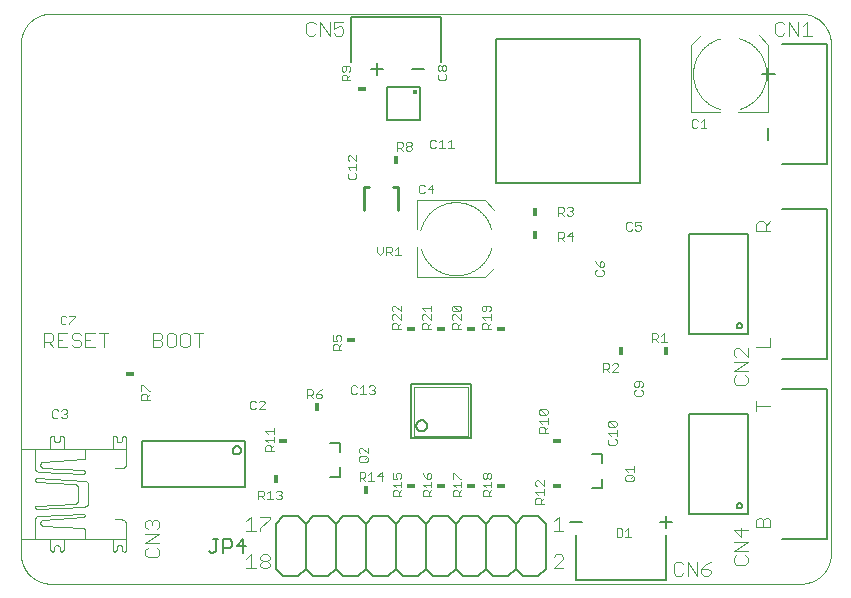
<source format=gto>
G75*
%MOIN*%
%OFA0B0*%
%FSLAX25Y25*%
%IPPOS*%
%LPD*%
%AMOC8*
5,1,8,0,0,1.08239X$1,22.5*
%
%ADD10C,0.00000*%
%ADD11C,0.00500*%
%ADD12C,0.00400*%
%ADD13C,0.00300*%
%ADD14R,0.01800X0.03000*%
%ADD15R,0.03000X0.01800*%
%ADD16C,0.00200*%
%ADD17C,0.00600*%
%ADD18C,0.00800*%
%ADD19C,0.01575*%
%ADD20C,0.01000*%
D10*
X0027919Y0011500D02*
X0277919Y0011500D01*
X0278161Y0011503D01*
X0278402Y0011512D01*
X0278643Y0011526D01*
X0278884Y0011547D01*
X0279124Y0011573D01*
X0279364Y0011605D01*
X0279603Y0011643D01*
X0279840Y0011686D01*
X0280077Y0011736D01*
X0280312Y0011791D01*
X0280546Y0011851D01*
X0280778Y0011918D01*
X0281009Y0011989D01*
X0281238Y0012067D01*
X0281465Y0012150D01*
X0281690Y0012238D01*
X0281913Y0012332D01*
X0282133Y0012431D01*
X0282351Y0012536D01*
X0282566Y0012645D01*
X0282779Y0012760D01*
X0282989Y0012880D01*
X0283195Y0013005D01*
X0283399Y0013135D01*
X0283600Y0013270D01*
X0283797Y0013410D01*
X0283991Y0013554D01*
X0284181Y0013703D01*
X0284367Y0013857D01*
X0284550Y0014015D01*
X0284729Y0014177D01*
X0284904Y0014344D01*
X0285075Y0014515D01*
X0285242Y0014690D01*
X0285404Y0014869D01*
X0285562Y0015052D01*
X0285716Y0015238D01*
X0285865Y0015428D01*
X0286009Y0015622D01*
X0286149Y0015819D01*
X0286284Y0016020D01*
X0286414Y0016224D01*
X0286539Y0016430D01*
X0286659Y0016640D01*
X0286774Y0016853D01*
X0286883Y0017068D01*
X0286988Y0017286D01*
X0287087Y0017506D01*
X0287181Y0017729D01*
X0287269Y0017954D01*
X0287352Y0018181D01*
X0287430Y0018410D01*
X0287501Y0018641D01*
X0287568Y0018873D01*
X0287628Y0019107D01*
X0287683Y0019342D01*
X0287733Y0019579D01*
X0287776Y0019816D01*
X0287814Y0020055D01*
X0287846Y0020295D01*
X0287872Y0020535D01*
X0287893Y0020776D01*
X0287907Y0021017D01*
X0287916Y0021258D01*
X0287919Y0021500D01*
X0287919Y0191500D01*
X0287916Y0191742D01*
X0287907Y0191983D01*
X0287893Y0192224D01*
X0287872Y0192465D01*
X0287846Y0192705D01*
X0287814Y0192945D01*
X0287776Y0193184D01*
X0287733Y0193421D01*
X0287683Y0193658D01*
X0287628Y0193893D01*
X0287568Y0194127D01*
X0287501Y0194359D01*
X0287430Y0194590D01*
X0287352Y0194819D01*
X0287269Y0195046D01*
X0287181Y0195271D01*
X0287087Y0195494D01*
X0286988Y0195714D01*
X0286883Y0195932D01*
X0286774Y0196147D01*
X0286659Y0196360D01*
X0286539Y0196570D01*
X0286414Y0196776D01*
X0286284Y0196980D01*
X0286149Y0197181D01*
X0286009Y0197378D01*
X0285865Y0197572D01*
X0285716Y0197762D01*
X0285562Y0197948D01*
X0285404Y0198131D01*
X0285242Y0198310D01*
X0285075Y0198485D01*
X0284904Y0198656D01*
X0284729Y0198823D01*
X0284550Y0198985D01*
X0284367Y0199143D01*
X0284181Y0199297D01*
X0283991Y0199446D01*
X0283797Y0199590D01*
X0283600Y0199730D01*
X0283399Y0199865D01*
X0283195Y0199995D01*
X0282989Y0200120D01*
X0282779Y0200240D01*
X0282566Y0200355D01*
X0282351Y0200464D01*
X0282133Y0200569D01*
X0281913Y0200668D01*
X0281690Y0200762D01*
X0281465Y0200850D01*
X0281238Y0200933D01*
X0281009Y0201011D01*
X0280778Y0201082D01*
X0280546Y0201149D01*
X0280312Y0201209D01*
X0280077Y0201264D01*
X0279840Y0201314D01*
X0279603Y0201357D01*
X0279364Y0201395D01*
X0279124Y0201427D01*
X0278884Y0201453D01*
X0278643Y0201474D01*
X0278402Y0201488D01*
X0278161Y0201497D01*
X0277919Y0201500D01*
X0027919Y0201500D01*
X0027677Y0201497D01*
X0027436Y0201488D01*
X0027195Y0201474D01*
X0026954Y0201453D01*
X0026714Y0201427D01*
X0026474Y0201395D01*
X0026235Y0201357D01*
X0025998Y0201314D01*
X0025761Y0201264D01*
X0025526Y0201209D01*
X0025292Y0201149D01*
X0025060Y0201082D01*
X0024829Y0201011D01*
X0024600Y0200933D01*
X0024373Y0200850D01*
X0024148Y0200762D01*
X0023925Y0200668D01*
X0023705Y0200569D01*
X0023487Y0200464D01*
X0023272Y0200355D01*
X0023059Y0200240D01*
X0022849Y0200120D01*
X0022643Y0199995D01*
X0022439Y0199865D01*
X0022238Y0199730D01*
X0022041Y0199590D01*
X0021847Y0199446D01*
X0021657Y0199297D01*
X0021471Y0199143D01*
X0021288Y0198985D01*
X0021109Y0198823D01*
X0020934Y0198656D01*
X0020763Y0198485D01*
X0020596Y0198310D01*
X0020434Y0198131D01*
X0020276Y0197948D01*
X0020122Y0197762D01*
X0019973Y0197572D01*
X0019829Y0197378D01*
X0019689Y0197181D01*
X0019554Y0196980D01*
X0019424Y0196776D01*
X0019299Y0196570D01*
X0019179Y0196360D01*
X0019064Y0196147D01*
X0018955Y0195932D01*
X0018850Y0195714D01*
X0018751Y0195494D01*
X0018657Y0195271D01*
X0018569Y0195046D01*
X0018486Y0194819D01*
X0018408Y0194590D01*
X0018337Y0194359D01*
X0018270Y0194127D01*
X0018210Y0193893D01*
X0018155Y0193658D01*
X0018105Y0193421D01*
X0018062Y0193184D01*
X0018024Y0192945D01*
X0017992Y0192705D01*
X0017966Y0192465D01*
X0017945Y0192224D01*
X0017931Y0191983D01*
X0017922Y0191742D01*
X0017919Y0191500D01*
X0017919Y0021500D01*
X0017922Y0021258D01*
X0017931Y0021017D01*
X0017945Y0020776D01*
X0017966Y0020535D01*
X0017992Y0020295D01*
X0018024Y0020055D01*
X0018062Y0019816D01*
X0018105Y0019579D01*
X0018155Y0019342D01*
X0018210Y0019107D01*
X0018270Y0018873D01*
X0018337Y0018641D01*
X0018408Y0018410D01*
X0018486Y0018181D01*
X0018569Y0017954D01*
X0018657Y0017729D01*
X0018751Y0017506D01*
X0018850Y0017286D01*
X0018955Y0017068D01*
X0019064Y0016853D01*
X0019179Y0016640D01*
X0019299Y0016430D01*
X0019424Y0016224D01*
X0019554Y0016020D01*
X0019689Y0015819D01*
X0019829Y0015622D01*
X0019973Y0015428D01*
X0020122Y0015238D01*
X0020276Y0015052D01*
X0020434Y0014869D01*
X0020596Y0014690D01*
X0020763Y0014515D01*
X0020934Y0014344D01*
X0021109Y0014177D01*
X0021288Y0014015D01*
X0021471Y0013857D01*
X0021657Y0013703D01*
X0021847Y0013554D01*
X0022041Y0013410D01*
X0022238Y0013270D01*
X0022439Y0013135D01*
X0022643Y0013005D01*
X0022849Y0012880D01*
X0023059Y0012760D01*
X0023272Y0012645D01*
X0023487Y0012536D01*
X0023705Y0012431D01*
X0023925Y0012332D01*
X0024148Y0012238D01*
X0024373Y0012150D01*
X0024600Y0012067D01*
X0024829Y0011989D01*
X0025060Y0011918D01*
X0025292Y0011851D01*
X0025526Y0011791D01*
X0025761Y0011736D01*
X0025998Y0011686D01*
X0026235Y0011643D01*
X0026474Y0011605D01*
X0026714Y0011573D01*
X0026954Y0011547D01*
X0027195Y0011526D01*
X0027436Y0011512D01*
X0027677Y0011503D01*
X0027919Y0011500D01*
D11*
X0080607Y0022501D02*
X0081357Y0021750D01*
X0082108Y0021750D01*
X0082859Y0022501D01*
X0082859Y0026254D01*
X0083609Y0026254D02*
X0082108Y0026254D01*
X0085211Y0026254D02*
X0087463Y0026254D01*
X0088213Y0025503D01*
X0088213Y0024002D01*
X0087463Y0023251D01*
X0085211Y0023251D01*
X0085211Y0021750D02*
X0085211Y0026254D01*
X0089815Y0024002D02*
X0092817Y0024002D01*
X0092067Y0021750D02*
X0092067Y0026254D01*
X0089815Y0024002D01*
X0200841Y0031953D02*
X0204912Y0031953D01*
X0202919Y0027661D02*
X0202919Y0012701D01*
X0232919Y0012701D01*
X0232919Y0027661D01*
X0232876Y0029918D02*
X0232876Y0033988D01*
X0230841Y0031953D02*
X0234912Y0031953D01*
X0271757Y0026500D02*
X0286718Y0026500D01*
X0286718Y0076500D01*
X0271757Y0076500D01*
X0271757Y0086500D02*
X0286718Y0086500D01*
X0286718Y0136500D01*
X0271757Y0136500D01*
X0271757Y0151500D02*
X0286718Y0151500D01*
X0286718Y0191500D01*
X0271757Y0191500D01*
X0267116Y0183320D02*
X0267116Y0179250D01*
X0265081Y0181285D02*
X0269151Y0181285D01*
X0267116Y0163320D02*
X0267116Y0159250D01*
X0224434Y0144984D02*
X0176403Y0144984D01*
X0176403Y0193016D01*
X0224434Y0193016D01*
X0224434Y0144984D01*
X0157919Y0185339D02*
X0157919Y0200299D01*
X0127919Y0200299D01*
X0127919Y0185339D01*
X0134591Y0183203D02*
X0138662Y0183203D01*
X0136626Y0185238D02*
X0136626Y0181168D01*
X0148341Y0183203D02*
X0152412Y0183203D01*
D12*
X0125396Y0194967D02*
X0124628Y0194200D01*
X0123094Y0194200D01*
X0122326Y0194967D01*
X0122326Y0196502D02*
X0123861Y0197269D01*
X0124628Y0197269D01*
X0125396Y0196502D01*
X0125396Y0194967D01*
X0122326Y0196502D02*
X0122326Y0198804D01*
X0125396Y0198804D01*
X0120792Y0198804D02*
X0120792Y0194200D01*
X0117723Y0198804D01*
X0117723Y0194200D01*
X0116188Y0194967D02*
X0115421Y0194200D01*
X0113886Y0194200D01*
X0113119Y0194967D01*
X0113119Y0198037D01*
X0113886Y0198804D01*
X0115421Y0198804D01*
X0116188Y0198037D01*
X0150123Y0139295D02*
X0172564Y0139295D01*
X0175714Y0136146D01*
X0174631Y0129846D02*
X0174546Y0130132D01*
X0174455Y0130415D01*
X0174356Y0130696D01*
X0174251Y0130974D01*
X0174139Y0131250D01*
X0174020Y0131523D01*
X0173894Y0131793D01*
X0173762Y0132059D01*
X0173624Y0132323D01*
X0173479Y0132583D01*
X0173327Y0132839D01*
X0173170Y0133092D01*
X0173006Y0133340D01*
X0172837Y0133585D01*
X0172661Y0133825D01*
X0172480Y0134061D01*
X0172293Y0134293D01*
X0172100Y0134520D01*
X0171902Y0134742D01*
X0171699Y0134959D01*
X0171490Y0135171D01*
X0171276Y0135378D01*
X0171057Y0135580D01*
X0170834Y0135776D01*
X0170605Y0135967D01*
X0170372Y0136152D01*
X0170135Y0136332D01*
X0169893Y0136505D01*
X0169647Y0136673D01*
X0169397Y0136834D01*
X0169143Y0136990D01*
X0168885Y0137139D01*
X0168624Y0137282D01*
X0168360Y0137418D01*
X0168092Y0137548D01*
X0167821Y0137671D01*
X0167547Y0137788D01*
X0167271Y0137898D01*
X0166991Y0138001D01*
X0166710Y0138097D01*
X0166426Y0138186D01*
X0166140Y0138269D01*
X0165852Y0138344D01*
X0165562Y0138413D01*
X0165271Y0138474D01*
X0164978Y0138528D01*
X0164684Y0138575D01*
X0164389Y0138615D01*
X0164094Y0138647D01*
X0163797Y0138673D01*
X0163500Y0138691D01*
X0163202Y0138701D01*
X0162905Y0138705D01*
X0162607Y0138701D01*
X0162310Y0138690D01*
X0162013Y0138672D01*
X0161716Y0138646D01*
X0161420Y0138614D01*
X0161125Y0138574D01*
X0160832Y0138527D01*
X0160539Y0138472D01*
X0160248Y0138411D01*
X0159958Y0138342D01*
X0159670Y0138267D01*
X0159384Y0138184D01*
X0159100Y0138095D01*
X0158819Y0137998D01*
X0158540Y0137895D01*
X0158263Y0137785D01*
X0157989Y0137668D01*
X0157719Y0137544D01*
X0157451Y0137414D01*
X0157186Y0137278D01*
X0156925Y0137135D01*
X0156668Y0136985D01*
X0156414Y0136830D01*
X0156164Y0136668D01*
X0155919Y0136500D01*
X0155677Y0136327D01*
X0155439Y0136147D01*
X0155207Y0135962D01*
X0154978Y0135771D01*
X0154755Y0135574D01*
X0154536Y0135372D01*
X0154322Y0135165D01*
X0154114Y0134953D01*
X0153910Y0134736D01*
X0153712Y0134513D01*
X0153520Y0134286D01*
X0153333Y0134055D01*
X0153152Y0133819D01*
X0152976Y0133578D01*
X0152807Y0133333D01*
X0152644Y0133085D01*
X0152486Y0132832D01*
X0152335Y0132576D01*
X0152190Y0132315D01*
X0152052Y0132052D01*
X0151920Y0131785D01*
X0151795Y0131515D01*
X0151676Y0131242D01*
X0151564Y0130966D01*
X0151459Y0130688D01*
X0151361Y0130407D01*
X0151269Y0130124D01*
X0151185Y0129839D01*
X0151107Y0129551D01*
X0150123Y0129650D02*
X0150123Y0139295D01*
X0151206Y0123154D02*
X0151291Y0122868D01*
X0151382Y0122585D01*
X0151481Y0122304D01*
X0151586Y0122026D01*
X0151698Y0121750D01*
X0151817Y0121477D01*
X0151943Y0121207D01*
X0152075Y0120941D01*
X0152213Y0120677D01*
X0152358Y0120417D01*
X0152510Y0120161D01*
X0152667Y0119908D01*
X0152831Y0119660D01*
X0153000Y0119415D01*
X0153176Y0119175D01*
X0153357Y0118939D01*
X0153544Y0118707D01*
X0153737Y0118480D01*
X0153935Y0118258D01*
X0154138Y0118041D01*
X0154347Y0117829D01*
X0154561Y0117622D01*
X0154780Y0117420D01*
X0155003Y0117224D01*
X0155232Y0117033D01*
X0155465Y0116848D01*
X0155702Y0116668D01*
X0155944Y0116495D01*
X0156190Y0116327D01*
X0156440Y0116166D01*
X0156694Y0116010D01*
X0156952Y0115861D01*
X0157213Y0115718D01*
X0157477Y0115582D01*
X0157745Y0115452D01*
X0158016Y0115329D01*
X0158290Y0115212D01*
X0158566Y0115102D01*
X0158846Y0114999D01*
X0159127Y0114903D01*
X0159411Y0114814D01*
X0159697Y0114731D01*
X0159985Y0114656D01*
X0160275Y0114587D01*
X0160566Y0114526D01*
X0160859Y0114472D01*
X0161153Y0114425D01*
X0161448Y0114385D01*
X0161743Y0114353D01*
X0162040Y0114327D01*
X0162337Y0114309D01*
X0162635Y0114299D01*
X0162932Y0114295D01*
X0163230Y0114299D01*
X0163527Y0114310D01*
X0163824Y0114328D01*
X0164121Y0114354D01*
X0164417Y0114386D01*
X0164712Y0114426D01*
X0165005Y0114473D01*
X0165298Y0114528D01*
X0165589Y0114589D01*
X0165879Y0114658D01*
X0166167Y0114733D01*
X0166453Y0114816D01*
X0166737Y0114905D01*
X0167018Y0115002D01*
X0167297Y0115105D01*
X0167574Y0115215D01*
X0167848Y0115332D01*
X0168118Y0115456D01*
X0168386Y0115586D01*
X0168651Y0115722D01*
X0168912Y0115865D01*
X0169169Y0116015D01*
X0169423Y0116170D01*
X0169673Y0116332D01*
X0169918Y0116500D01*
X0170160Y0116673D01*
X0170398Y0116853D01*
X0170630Y0117038D01*
X0170859Y0117229D01*
X0171082Y0117426D01*
X0171301Y0117628D01*
X0171515Y0117835D01*
X0171723Y0118047D01*
X0171927Y0118264D01*
X0172125Y0118487D01*
X0172317Y0118714D01*
X0172504Y0118945D01*
X0172685Y0119181D01*
X0172861Y0119422D01*
X0173030Y0119667D01*
X0173193Y0119915D01*
X0173351Y0120168D01*
X0173502Y0120424D01*
X0173647Y0120685D01*
X0173785Y0120948D01*
X0173917Y0121215D01*
X0174042Y0121485D01*
X0174161Y0121758D01*
X0174273Y0122034D01*
X0174378Y0122312D01*
X0174476Y0122593D01*
X0174568Y0122876D01*
X0174652Y0123161D01*
X0174730Y0123449D01*
X0175714Y0116854D02*
X0172564Y0113705D01*
X0150123Y0113705D01*
X0150123Y0123744D01*
X0078750Y0095054D02*
X0075680Y0095054D01*
X0077215Y0095054D02*
X0077215Y0090450D01*
X0074146Y0091217D02*
X0074146Y0094287D01*
X0073378Y0095054D01*
X0071844Y0095054D01*
X0071076Y0094287D01*
X0071076Y0091217D01*
X0071844Y0090450D01*
X0073378Y0090450D01*
X0074146Y0091217D01*
X0069542Y0091217D02*
X0069542Y0094287D01*
X0068774Y0095054D01*
X0067240Y0095054D01*
X0066473Y0094287D01*
X0066473Y0091217D01*
X0067240Y0090450D01*
X0068774Y0090450D01*
X0069542Y0091217D01*
X0064938Y0091217D02*
X0064171Y0090450D01*
X0061869Y0090450D01*
X0061869Y0095054D01*
X0064171Y0095054D01*
X0064938Y0094287D01*
X0064938Y0093519D01*
X0064171Y0092752D01*
X0061869Y0092752D01*
X0064171Y0092752D02*
X0064938Y0091985D01*
X0064938Y0091217D01*
X0047104Y0095054D02*
X0044034Y0095054D01*
X0042500Y0095054D02*
X0039430Y0095054D01*
X0039430Y0090450D01*
X0042500Y0090450D01*
X0040965Y0092752D02*
X0039430Y0092752D01*
X0037896Y0091985D02*
X0037896Y0091217D01*
X0037128Y0090450D01*
X0035594Y0090450D01*
X0034826Y0091217D01*
X0033292Y0090450D02*
X0030223Y0090450D01*
X0030223Y0095054D01*
X0033292Y0095054D01*
X0034826Y0094287D02*
X0034826Y0093519D01*
X0035594Y0092752D01*
X0037128Y0092752D01*
X0037896Y0091985D01*
X0037896Y0094287D02*
X0037128Y0095054D01*
X0035594Y0095054D01*
X0034826Y0094287D01*
X0031757Y0092752D02*
X0030223Y0092752D01*
X0028688Y0092752D02*
X0028688Y0094287D01*
X0027921Y0095054D01*
X0025619Y0095054D01*
X0025619Y0090450D01*
X0025619Y0091985D02*
X0027921Y0091985D01*
X0028688Y0092752D01*
X0027153Y0091985D02*
X0028688Y0090450D01*
X0045569Y0090450D02*
X0045569Y0095054D01*
X0049155Y0060789D02*
X0049154Y0060789D01*
X0049155Y0060789D02*
X0049107Y0060787D01*
X0049060Y0060782D01*
X0049013Y0060773D01*
X0048967Y0060760D01*
X0048922Y0060743D01*
X0048879Y0060723D01*
X0048837Y0060700D01*
X0048797Y0060674D01*
X0048760Y0060644D01*
X0048725Y0060612D01*
X0048692Y0060577D01*
X0048663Y0060539D01*
X0048636Y0060499D01*
X0048613Y0060458D01*
X0048593Y0060414D01*
X0048576Y0060369D01*
X0048564Y0060323D01*
X0048554Y0060277D01*
X0048549Y0060229D01*
X0048547Y0060181D01*
X0048547Y0056483D01*
X0050700Y0058636D02*
X0050810Y0058636D01*
X0050811Y0058636D02*
X0050868Y0058638D01*
X0050926Y0058644D01*
X0050983Y0058653D01*
X0051039Y0058666D01*
X0051095Y0058683D01*
X0051149Y0058703D01*
X0051201Y0058727D01*
X0051252Y0058754D01*
X0051301Y0058785D01*
X0051348Y0058818D01*
X0051393Y0058855D01*
X0051435Y0058895D01*
X0051475Y0058937D01*
X0051512Y0058982D01*
X0051545Y0059029D01*
X0051576Y0059078D01*
X0051603Y0059129D01*
X0051627Y0059181D01*
X0051647Y0059235D01*
X0051664Y0059291D01*
X0051677Y0059347D01*
X0051686Y0059404D01*
X0051692Y0059462D01*
X0051694Y0059519D01*
X0051693Y0059519D02*
X0051693Y0060181D01*
X0051695Y0060229D01*
X0051700Y0060276D01*
X0051710Y0060323D01*
X0051723Y0060369D01*
X0051739Y0060413D01*
X0051759Y0060457D01*
X0051782Y0060498D01*
X0051809Y0060538D01*
X0051838Y0060575D01*
X0051871Y0060610D01*
X0051906Y0060643D01*
X0051943Y0060672D01*
X0051983Y0060699D01*
X0052024Y0060722D01*
X0052068Y0060742D01*
X0052112Y0060758D01*
X0052158Y0060771D01*
X0052205Y0060781D01*
X0052252Y0060786D01*
X0052300Y0060788D01*
X0052349Y0060786D01*
X0052399Y0060781D01*
X0052447Y0060771D01*
X0052495Y0060759D01*
X0052542Y0060742D01*
X0052587Y0060722D01*
X0052631Y0060699D01*
X0052673Y0060673D01*
X0052713Y0060644D01*
X0052750Y0060611D01*
X0052785Y0060576D01*
X0052818Y0060539D01*
X0052847Y0060499D01*
X0052873Y0060457D01*
X0052896Y0060413D01*
X0052916Y0060368D01*
X0052933Y0060321D01*
X0052945Y0060273D01*
X0052955Y0060225D01*
X0052960Y0060175D01*
X0052962Y0060126D01*
X0052963Y0060126D02*
X0052963Y0056428D01*
X0052962Y0056484D02*
X0052962Y0051517D01*
X0052963Y0051516D02*
X0052961Y0051444D01*
X0052956Y0051371D01*
X0052947Y0051299D01*
X0052934Y0051227D01*
X0052917Y0051157D01*
X0052897Y0051087D01*
X0052874Y0051018D01*
X0052847Y0050950D01*
X0052816Y0050884D01*
X0052783Y0050820D01*
X0052746Y0050757D01*
X0052706Y0050696D01*
X0052663Y0050638D01*
X0052617Y0050581D01*
X0052568Y0050527D01*
X0052517Y0050476D01*
X0052463Y0050427D01*
X0052406Y0050381D01*
X0052348Y0050338D01*
X0052287Y0050298D01*
X0052224Y0050261D01*
X0052160Y0050228D01*
X0052094Y0050197D01*
X0052026Y0050170D01*
X0051957Y0050147D01*
X0051887Y0050127D01*
X0051817Y0050110D01*
X0051745Y0050097D01*
X0051673Y0050088D01*
X0051600Y0050083D01*
X0051528Y0050081D01*
X0051527Y0050081D02*
X0049430Y0050081D01*
X0052962Y0056484D02*
X0017915Y0056484D01*
X0017915Y0026514D01*
X0032154Y0026514D01*
X0032154Y0022816D01*
X0032155Y0022816D02*
X0032153Y0022769D01*
X0032148Y0022721D01*
X0032139Y0022674D01*
X0032126Y0022628D01*
X0032109Y0022583D01*
X0032089Y0022540D01*
X0032066Y0022498D01*
X0032040Y0022459D01*
X0032010Y0022421D01*
X0031978Y0022386D01*
X0031943Y0022354D01*
X0031905Y0022324D01*
X0031865Y0022298D01*
X0031824Y0022274D01*
X0031780Y0022254D01*
X0031735Y0022238D01*
X0031689Y0022225D01*
X0031642Y0022216D01*
X0031595Y0022211D01*
X0031547Y0022209D01*
X0031547Y0022209D01*
X0031498Y0022211D01*
X0031448Y0022216D01*
X0031400Y0022226D01*
X0031352Y0022238D01*
X0031305Y0022255D01*
X0031260Y0022275D01*
X0031216Y0022298D01*
X0031174Y0022324D01*
X0031134Y0022353D01*
X0031097Y0022386D01*
X0031062Y0022421D01*
X0031029Y0022458D01*
X0031000Y0022498D01*
X0030974Y0022540D01*
X0030951Y0022584D01*
X0030931Y0022629D01*
X0030914Y0022676D01*
X0030902Y0022724D01*
X0030892Y0022772D01*
X0030887Y0022822D01*
X0030885Y0022871D01*
X0030885Y0023478D01*
X0030885Y0023479D02*
X0030883Y0023537D01*
X0030878Y0023594D01*
X0030868Y0023651D01*
X0030855Y0023708D01*
X0030838Y0023763D01*
X0030818Y0023817D01*
X0030794Y0023870D01*
X0030767Y0023921D01*
X0030737Y0023970D01*
X0030703Y0024017D01*
X0030666Y0024061D01*
X0030627Y0024104D01*
X0030584Y0024143D01*
X0030540Y0024180D01*
X0030493Y0024214D01*
X0030444Y0024244D01*
X0030393Y0024271D01*
X0030340Y0024295D01*
X0030286Y0024315D01*
X0030231Y0024332D01*
X0030174Y0024345D01*
X0030117Y0024355D01*
X0030060Y0024360D01*
X0030002Y0024362D01*
X0030002Y0024361D02*
X0029891Y0024361D01*
X0029891Y0024362D02*
X0029834Y0024360D01*
X0029776Y0024354D01*
X0029719Y0024345D01*
X0029663Y0024332D01*
X0029607Y0024315D01*
X0029553Y0024295D01*
X0029501Y0024271D01*
X0029450Y0024244D01*
X0029401Y0024213D01*
X0029354Y0024180D01*
X0029309Y0024143D01*
X0029267Y0024103D01*
X0029227Y0024061D01*
X0029190Y0024016D01*
X0029157Y0023969D01*
X0029126Y0023920D01*
X0029099Y0023869D01*
X0029075Y0023817D01*
X0029055Y0023763D01*
X0029038Y0023707D01*
X0029025Y0023651D01*
X0029016Y0023594D01*
X0029010Y0023536D01*
X0029008Y0023479D01*
X0029008Y0023478D02*
X0029008Y0022816D01*
X0029006Y0022768D01*
X0029001Y0022721D01*
X0028991Y0022674D01*
X0028978Y0022628D01*
X0028962Y0022584D01*
X0028942Y0022540D01*
X0028919Y0022499D01*
X0028892Y0022459D01*
X0028863Y0022422D01*
X0028830Y0022387D01*
X0028795Y0022354D01*
X0028758Y0022325D01*
X0028718Y0022298D01*
X0028677Y0022275D01*
X0028633Y0022255D01*
X0028589Y0022239D01*
X0028543Y0022226D01*
X0028496Y0022216D01*
X0028449Y0022211D01*
X0028401Y0022209D01*
X0028352Y0022211D01*
X0028302Y0022216D01*
X0028254Y0022226D01*
X0028206Y0022238D01*
X0028159Y0022255D01*
X0028114Y0022275D01*
X0028070Y0022298D01*
X0028028Y0022324D01*
X0027988Y0022353D01*
X0027951Y0022386D01*
X0027916Y0022421D01*
X0027883Y0022458D01*
X0027854Y0022498D01*
X0027828Y0022540D01*
X0027805Y0022584D01*
X0027785Y0022629D01*
X0027768Y0022676D01*
X0027756Y0022724D01*
X0027746Y0022772D01*
X0027741Y0022822D01*
X0027739Y0022871D01*
X0027739Y0026293D01*
X0032154Y0026514D02*
X0052962Y0026514D01*
X0052962Y0022816D01*
X0052960Y0022768D01*
X0052955Y0022721D01*
X0052946Y0022674D01*
X0052933Y0022628D01*
X0052916Y0022583D01*
X0052896Y0022540D01*
X0052873Y0022498D01*
X0052847Y0022459D01*
X0052817Y0022421D01*
X0052785Y0022386D01*
X0052750Y0022354D01*
X0052712Y0022324D01*
X0052672Y0022298D01*
X0052631Y0022274D01*
X0052587Y0022255D01*
X0052543Y0022238D01*
X0052497Y0022225D01*
X0052450Y0022216D01*
X0052402Y0022211D01*
X0052355Y0022209D01*
X0052355Y0022209D01*
X0052306Y0022211D01*
X0052256Y0022216D01*
X0052208Y0022226D01*
X0052160Y0022238D01*
X0052113Y0022255D01*
X0052068Y0022275D01*
X0052024Y0022298D01*
X0051982Y0022324D01*
X0051942Y0022353D01*
X0051905Y0022386D01*
X0051870Y0022421D01*
X0051837Y0022458D01*
X0051808Y0022498D01*
X0051782Y0022540D01*
X0051759Y0022584D01*
X0051739Y0022629D01*
X0051722Y0022676D01*
X0051710Y0022724D01*
X0051700Y0022772D01*
X0051695Y0022822D01*
X0051693Y0022871D01*
X0051693Y0023478D01*
X0051693Y0023479D02*
X0051691Y0023537D01*
X0051686Y0023594D01*
X0051676Y0023651D01*
X0051663Y0023708D01*
X0051646Y0023763D01*
X0051626Y0023817D01*
X0051602Y0023870D01*
X0051575Y0023921D01*
X0051545Y0023970D01*
X0051511Y0024017D01*
X0051474Y0024061D01*
X0051435Y0024104D01*
X0051392Y0024143D01*
X0051348Y0024180D01*
X0051301Y0024214D01*
X0051252Y0024244D01*
X0051201Y0024271D01*
X0051148Y0024295D01*
X0051094Y0024315D01*
X0051039Y0024332D01*
X0050982Y0024345D01*
X0050925Y0024355D01*
X0050868Y0024360D01*
X0050810Y0024362D01*
X0050810Y0024361D02*
X0050699Y0024361D01*
X0050641Y0024359D01*
X0050584Y0024353D01*
X0050527Y0024344D01*
X0050470Y0024331D01*
X0050415Y0024314D01*
X0050361Y0024294D01*
X0050308Y0024270D01*
X0050258Y0024243D01*
X0050208Y0024212D01*
X0050161Y0024179D01*
X0050117Y0024142D01*
X0050075Y0024102D01*
X0050035Y0024060D01*
X0049998Y0024016D01*
X0049965Y0023969D01*
X0049934Y0023920D01*
X0049907Y0023869D01*
X0049883Y0023816D01*
X0049863Y0023762D01*
X0049846Y0023707D01*
X0049833Y0023650D01*
X0049824Y0023593D01*
X0049818Y0023536D01*
X0049816Y0023478D01*
X0049816Y0022816D01*
X0049814Y0022768D01*
X0049809Y0022721D01*
X0049799Y0022674D01*
X0049786Y0022628D01*
X0049770Y0022584D01*
X0049750Y0022540D01*
X0049727Y0022499D01*
X0049700Y0022459D01*
X0049671Y0022422D01*
X0049638Y0022387D01*
X0049603Y0022354D01*
X0049566Y0022325D01*
X0049526Y0022298D01*
X0049485Y0022275D01*
X0049441Y0022255D01*
X0049397Y0022239D01*
X0049351Y0022226D01*
X0049304Y0022216D01*
X0049257Y0022211D01*
X0049209Y0022209D01*
X0049160Y0022211D01*
X0049110Y0022216D01*
X0049062Y0022226D01*
X0049014Y0022238D01*
X0048967Y0022255D01*
X0048922Y0022275D01*
X0048878Y0022298D01*
X0048836Y0022324D01*
X0048796Y0022353D01*
X0048759Y0022386D01*
X0048724Y0022421D01*
X0048691Y0022458D01*
X0048662Y0022498D01*
X0048636Y0022540D01*
X0048613Y0022584D01*
X0048593Y0022629D01*
X0048576Y0022676D01*
X0048564Y0022724D01*
X0048554Y0022772D01*
X0048549Y0022822D01*
X0048547Y0022871D01*
X0048547Y0026293D01*
X0052962Y0026514D02*
X0052962Y0031537D01*
X0052963Y0031537D02*
X0052961Y0031609D01*
X0052955Y0031681D01*
X0052946Y0031753D01*
X0052933Y0031824D01*
X0052916Y0031894D01*
X0052896Y0031963D01*
X0052871Y0032031D01*
X0052844Y0032098D01*
X0052813Y0032163D01*
X0052778Y0032227D01*
X0052740Y0032289D01*
X0052699Y0032348D01*
X0052655Y0032405D01*
X0052609Y0032460D01*
X0052559Y0032513D01*
X0052506Y0032563D01*
X0052451Y0032609D01*
X0052394Y0032653D01*
X0052335Y0032694D01*
X0052273Y0032732D01*
X0052209Y0032767D01*
X0052144Y0032798D01*
X0052077Y0032825D01*
X0052009Y0032850D01*
X0051940Y0032870D01*
X0051870Y0032887D01*
X0051799Y0032900D01*
X0051727Y0032909D01*
X0051655Y0032915D01*
X0051583Y0032917D01*
X0051582Y0032917D02*
X0049264Y0032917D01*
X0059365Y0031960D02*
X0059365Y0030425D01*
X0060132Y0029658D01*
X0059365Y0028123D02*
X0063969Y0028123D01*
X0059365Y0025054D01*
X0063969Y0025054D01*
X0063201Y0023519D02*
X0063969Y0022752D01*
X0063969Y0021217D01*
X0063201Y0020450D01*
X0060132Y0020450D01*
X0059365Y0021217D01*
X0059365Y0022752D01*
X0060132Y0023519D01*
X0063201Y0029658D02*
X0063969Y0030425D01*
X0063969Y0031960D01*
X0063201Y0032727D01*
X0062434Y0032727D01*
X0061667Y0031960D01*
X0061667Y0031192D01*
X0061667Y0031960D02*
X0060899Y0032727D01*
X0060132Y0032727D01*
X0059365Y0031960D01*
X0040378Y0038656D02*
X0040378Y0044452D01*
X0040379Y0044452D02*
X0040377Y0044524D01*
X0040371Y0044595D01*
X0040361Y0044666D01*
X0040348Y0044737D01*
X0040331Y0044806D01*
X0040309Y0044875D01*
X0040285Y0044942D01*
X0040256Y0045008D01*
X0040224Y0045072D01*
X0040189Y0045135D01*
X0040150Y0045195D01*
X0040109Y0045254D01*
X0040064Y0045309D01*
X0040016Y0045363D01*
X0039965Y0045414D01*
X0039911Y0045462D01*
X0039856Y0045507D01*
X0039797Y0045548D01*
X0039737Y0045587D01*
X0039674Y0045622D01*
X0039610Y0045654D01*
X0039544Y0045683D01*
X0039477Y0045707D01*
X0039408Y0045729D01*
X0039339Y0045746D01*
X0039268Y0045759D01*
X0039197Y0045769D01*
X0039126Y0045775D01*
X0039054Y0045777D01*
X0039054Y0045776D02*
X0023213Y0046604D01*
X0023214Y0046604D02*
X0023169Y0046605D01*
X0023125Y0046601D01*
X0023081Y0046594D01*
X0023037Y0046584D01*
X0022995Y0046569D01*
X0022954Y0046551D01*
X0022915Y0046530D01*
X0022878Y0046505D01*
X0022843Y0046478D01*
X0022811Y0046447D01*
X0022781Y0046414D01*
X0022754Y0046378D01*
X0022730Y0046341D01*
X0022710Y0046301D01*
X0022693Y0046260D01*
X0022679Y0046217D01*
X0022669Y0046174D01*
X0022663Y0046130D01*
X0022661Y0046085D01*
X0022662Y0046041D01*
X0022668Y0045996D01*
X0022677Y0045953D01*
X0022689Y0045910D01*
X0022705Y0045869D01*
X0022725Y0045829D01*
X0022748Y0045790D01*
X0022774Y0045754D01*
X0022803Y0045721D01*
X0022835Y0045689D01*
X0022870Y0045661D01*
X0022906Y0045636D01*
X0022945Y0045614D01*
X0022985Y0045595D01*
X0023027Y0045580D01*
X0023070Y0045568D01*
X0023114Y0045560D01*
X0023158Y0045556D01*
X0035411Y0044893D01*
X0035492Y0044891D01*
X0035574Y0044885D01*
X0035655Y0044876D01*
X0035735Y0044862D01*
X0035814Y0044845D01*
X0035893Y0044824D01*
X0035971Y0044799D01*
X0036047Y0044770D01*
X0036122Y0044738D01*
X0036195Y0044703D01*
X0036267Y0044664D01*
X0036336Y0044621D01*
X0036403Y0044576D01*
X0036469Y0044527D01*
X0036531Y0044475D01*
X0036592Y0044420D01*
X0036649Y0044363D01*
X0036704Y0044302D01*
X0036756Y0044240D01*
X0036805Y0044174D01*
X0036850Y0044107D01*
X0036893Y0044038D01*
X0036932Y0043966D01*
X0036967Y0043893D01*
X0036999Y0043818D01*
X0037028Y0043742D01*
X0037053Y0043664D01*
X0037074Y0043585D01*
X0037091Y0043506D01*
X0037105Y0043426D01*
X0037114Y0043345D01*
X0037120Y0043263D01*
X0037122Y0043182D01*
X0037122Y0039705D01*
X0037120Y0039626D01*
X0037115Y0039548D01*
X0037105Y0039469D01*
X0037092Y0039392D01*
X0037075Y0039315D01*
X0037055Y0039238D01*
X0037031Y0039163D01*
X0037003Y0039090D01*
X0036972Y0039017D01*
X0036938Y0038946D01*
X0036900Y0038877D01*
X0036859Y0038810D01*
X0036815Y0038744D01*
X0036768Y0038681D01*
X0036718Y0038621D01*
X0036665Y0038562D01*
X0036609Y0038506D01*
X0036550Y0038453D01*
X0036490Y0038403D01*
X0036427Y0038356D01*
X0036361Y0038312D01*
X0036294Y0038271D01*
X0036225Y0038233D01*
X0036154Y0038199D01*
X0036081Y0038168D01*
X0036008Y0038140D01*
X0035933Y0038116D01*
X0035856Y0038096D01*
X0035779Y0038079D01*
X0035702Y0038066D01*
X0035623Y0038056D01*
X0035545Y0038051D01*
X0035466Y0038049D01*
X0035190Y0038049D01*
X0023213Y0037497D01*
X0023213Y0037496D02*
X0023167Y0037492D01*
X0023121Y0037484D01*
X0023076Y0037472D01*
X0023032Y0037457D01*
X0022989Y0037437D01*
X0022948Y0037414D01*
X0022910Y0037388D01*
X0022873Y0037359D01*
X0022840Y0037326D01*
X0022809Y0037291D01*
X0022781Y0037253D01*
X0022757Y0037214D01*
X0022736Y0037172D01*
X0022718Y0037128D01*
X0022705Y0037084D01*
X0022695Y0037038D01*
X0022689Y0036992D01*
X0022687Y0036945D01*
X0022689Y0036898D01*
X0022695Y0036852D01*
X0022705Y0036806D01*
X0022718Y0036762D01*
X0022736Y0036718D01*
X0022757Y0036676D01*
X0022781Y0036637D01*
X0022809Y0036599D01*
X0022840Y0036564D01*
X0022873Y0036531D01*
X0022910Y0036502D01*
X0022948Y0036476D01*
X0022989Y0036453D01*
X0023032Y0036433D01*
X0023076Y0036418D01*
X0023121Y0036406D01*
X0023167Y0036398D01*
X0023213Y0036394D01*
X0038943Y0037221D01*
X0039018Y0037223D01*
X0039093Y0037229D01*
X0039167Y0037239D01*
X0039241Y0037252D01*
X0039314Y0037270D01*
X0039386Y0037291D01*
X0039457Y0037316D01*
X0039527Y0037345D01*
X0039594Y0037377D01*
X0039661Y0037413D01*
X0039725Y0037453D01*
X0039786Y0037495D01*
X0039846Y0037541D01*
X0039903Y0037590D01*
X0039958Y0037641D01*
X0040009Y0037696D01*
X0040058Y0037753D01*
X0040104Y0037813D01*
X0040146Y0037874D01*
X0040186Y0037939D01*
X0040222Y0038005D01*
X0040254Y0038072D01*
X0040283Y0038142D01*
X0040308Y0038213D01*
X0040329Y0038285D01*
X0040347Y0038358D01*
X0040360Y0038432D01*
X0040370Y0038506D01*
X0040376Y0038581D01*
X0040378Y0038656D01*
X0038613Y0034848D02*
X0024152Y0034186D01*
X0023987Y0034186D01*
X0023914Y0034184D01*
X0023842Y0034178D01*
X0023771Y0034169D01*
X0023700Y0034156D01*
X0023630Y0034139D01*
X0023560Y0034118D01*
X0023492Y0034094D01*
X0023426Y0034067D01*
X0023360Y0034036D01*
X0023297Y0034001D01*
X0023235Y0033963D01*
X0023176Y0033922D01*
X0023118Y0033878D01*
X0023064Y0033832D01*
X0023011Y0033782D01*
X0022961Y0033729D01*
X0022915Y0033675D01*
X0022871Y0033617D01*
X0022830Y0033558D01*
X0022792Y0033496D01*
X0022757Y0033433D01*
X0022726Y0033367D01*
X0022699Y0033301D01*
X0022675Y0033233D01*
X0022654Y0033163D01*
X0022637Y0033093D01*
X0022624Y0033022D01*
X0022615Y0032951D01*
X0022609Y0032879D01*
X0022607Y0032806D01*
X0022607Y0026735D01*
X0025366Y0030874D02*
X0038778Y0029991D01*
X0038819Y0029987D01*
X0038859Y0029979D01*
X0038898Y0029967D01*
X0038936Y0029953D01*
X0038973Y0029935D01*
X0039008Y0029914D01*
X0039041Y0029890D01*
X0039072Y0029863D01*
X0039100Y0029833D01*
X0039126Y0029802D01*
X0039149Y0029768D01*
X0039169Y0029732D01*
X0039186Y0029695D01*
X0039200Y0029657D01*
X0039210Y0029617D01*
X0039216Y0029577D01*
X0039220Y0029536D01*
X0039219Y0029495D01*
X0039220Y0029494D02*
X0039220Y0026735D01*
X0038668Y0033689D02*
X0025311Y0032806D01*
X0025250Y0032800D01*
X0025189Y0032790D01*
X0025129Y0032776D01*
X0025069Y0032758D01*
X0025011Y0032737D01*
X0024955Y0032712D01*
X0024900Y0032683D01*
X0024847Y0032651D01*
X0024797Y0032616D01*
X0024748Y0032578D01*
X0024703Y0032536D01*
X0024660Y0032492D01*
X0024620Y0032445D01*
X0024583Y0032395D01*
X0024549Y0032344D01*
X0024518Y0032290D01*
X0024492Y0032234D01*
X0024468Y0032177D01*
X0024449Y0032118D01*
X0024433Y0032059D01*
X0024421Y0031998D01*
X0024413Y0031937D01*
X0024409Y0031875D01*
X0024408Y0031813D01*
X0024412Y0031752D01*
X0024420Y0031690D01*
X0024431Y0031630D01*
X0024447Y0031570D01*
X0024466Y0031511D01*
X0024489Y0031454D01*
X0024515Y0031398D01*
X0024545Y0031344D01*
X0024579Y0031292D01*
X0024615Y0031242D01*
X0024655Y0031195D01*
X0024698Y0031151D01*
X0024743Y0031109D01*
X0024791Y0031070D01*
X0024842Y0031034D01*
X0024894Y0031002D01*
X0024949Y0030973D01*
X0025005Y0030947D01*
X0025063Y0030926D01*
X0025122Y0030908D01*
X0025182Y0030893D01*
X0025243Y0030883D01*
X0025305Y0030877D01*
X0025366Y0030874D01*
X0038668Y0033689D02*
X0038715Y0033693D01*
X0038763Y0033701D01*
X0038809Y0033713D01*
X0038854Y0033729D01*
X0038898Y0033749D01*
X0038940Y0033772D01*
X0038980Y0033798D01*
X0039017Y0033828D01*
X0039052Y0033861D01*
X0039084Y0033896D01*
X0039113Y0033934D01*
X0039139Y0033975D01*
X0039162Y0034017D01*
X0039181Y0034061D01*
X0039196Y0034106D01*
X0039207Y0034153D01*
X0039215Y0034200D01*
X0039219Y0034248D01*
X0039218Y0034296D01*
X0039214Y0034343D01*
X0039206Y0034390D01*
X0039194Y0034437D01*
X0039178Y0034482D01*
X0039159Y0034526D01*
X0039136Y0034568D01*
X0039109Y0034608D01*
X0039080Y0034645D01*
X0039047Y0034680D01*
X0039012Y0034712D01*
X0038974Y0034742D01*
X0038933Y0034768D01*
X0038891Y0034790D01*
X0038847Y0034809D01*
X0038802Y0034825D01*
X0038755Y0034836D01*
X0038708Y0034844D01*
X0038661Y0034848D01*
X0038613Y0034847D01*
X0038612Y0048150D02*
X0024152Y0048812D01*
X0023986Y0048812D01*
X0023986Y0048811D02*
X0023914Y0048813D01*
X0023842Y0048819D01*
X0023770Y0048828D01*
X0023699Y0048841D01*
X0023629Y0048858D01*
X0023560Y0048878D01*
X0023492Y0048903D01*
X0023425Y0048930D01*
X0023360Y0048961D01*
X0023296Y0048996D01*
X0023234Y0049034D01*
X0023175Y0049075D01*
X0023118Y0049119D01*
X0023063Y0049165D01*
X0023010Y0049215D01*
X0022960Y0049268D01*
X0022914Y0049323D01*
X0022870Y0049380D01*
X0022829Y0049439D01*
X0022791Y0049501D01*
X0022756Y0049565D01*
X0022725Y0049630D01*
X0022698Y0049697D01*
X0022673Y0049765D01*
X0022653Y0049834D01*
X0022636Y0049904D01*
X0022623Y0049975D01*
X0022614Y0050047D01*
X0022608Y0050119D01*
X0022606Y0050191D01*
X0022606Y0050192D02*
X0022606Y0056263D01*
X0025366Y0052124D02*
X0038778Y0053007D01*
X0038819Y0053011D01*
X0038859Y0053019D01*
X0038898Y0053031D01*
X0038936Y0053045D01*
X0038973Y0053063D01*
X0039008Y0053084D01*
X0039041Y0053108D01*
X0039072Y0053135D01*
X0039100Y0053165D01*
X0039126Y0053196D01*
X0039149Y0053230D01*
X0039169Y0053266D01*
X0039186Y0053303D01*
X0039200Y0053341D01*
X0039210Y0053381D01*
X0039216Y0053421D01*
X0039220Y0053462D01*
X0039219Y0053503D01*
X0039219Y0056263D01*
X0038667Y0049309D02*
X0025311Y0050192D01*
X0025310Y0050192D02*
X0025249Y0050198D01*
X0025188Y0050208D01*
X0025128Y0050222D01*
X0025068Y0050240D01*
X0025010Y0050261D01*
X0024954Y0050286D01*
X0024899Y0050315D01*
X0024846Y0050347D01*
X0024796Y0050382D01*
X0024747Y0050420D01*
X0024702Y0050462D01*
X0024659Y0050506D01*
X0024619Y0050553D01*
X0024582Y0050603D01*
X0024548Y0050654D01*
X0024517Y0050708D01*
X0024491Y0050764D01*
X0024467Y0050821D01*
X0024448Y0050880D01*
X0024432Y0050939D01*
X0024420Y0051000D01*
X0024412Y0051061D01*
X0024408Y0051123D01*
X0024407Y0051185D01*
X0024411Y0051246D01*
X0024419Y0051308D01*
X0024430Y0051368D01*
X0024446Y0051428D01*
X0024465Y0051487D01*
X0024488Y0051544D01*
X0024514Y0051600D01*
X0024544Y0051654D01*
X0024578Y0051706D01*
X0024614Y0051756D01*
X0024654Y0051803D01*
X0024697Y0051847D01*
X0024742Y0051889D01*
X0024790Y0051928D01*
X0024841Y0051964D01*
X0024893Y0051996D01*
X0024948Y0052025D01*
X0025004Y0052051D01*
X0025062Y0052072D01*
X0025121Y0052090D01*
X0025181Y0052105D01*
X0025242Y0052115D01*
X0025304Y0052121D01*
X0025365Y0052124D01*
X0027739Y0056483D02*
X0027739Y0060181D01*
X0027739Y0060182D02*
X0027741Y0060229D01*
X0027746Y0060277D01*
X0027755Y0060324D01*
X0027768Y0060370D01*
X0027785Y0060415D01*
X0027805Y0060458D01*
X0027828Y0060500D01*
X0027854Y0060539D01*
X0027884Y0060577D01*
X0027916Y0060612D01*
X0027951Y0060644D01*
X0027989Y0060674D01*
X0028029Y0060700D01*
X0028070Y0060724D01*
X0028114Y0060744D01*
X0028159Y0060760D01*
X0028205Y0060773D01*
X0028252Y0060782D01*
X0028299Y0060787D01*
X0028347Y0060789D01*
X0028347Y0060789D01*
X0028347Y0060788D02*
X0028396Y0060786D01*
X0028446Y0060781D01*
X0028494Y0060771D01*
X0028542Y0060759D01*
X0028589Y0060742D01*
X0028634Y0060722D01*
X0028678Y0060699D01*
X0028720Y0060673D01*
X0028760Y0060644D01*
X0028797Y0060611D01*
X0028832Y0060576D01*
X0028865Y0060539D01*
X0028894Y0060499D01*
X0028920Y0060457D01*
X0028943Y0060413D01*
X0028963Y0060368D01*
X0028980Y0060321D01*
X0028992Y0060273D01*
X0029002Y0060225D01*
X0029007Y0060175D01*
X0029009Y0060126D01*
X0029009Y0059519D01*
X0029009Y0059520D02*
X0029011Y0059462D01*
X0029016Y0059405D01*
X0029026Y0059348D01*
X0029039Y0059291D01*
X0029056Y0059236D01*
X0029076Y0059182D01*
X0029100Y0059129D01*
X0029127Y0059078D01*
X0029158Y0059029D01*
X0029191Y0058982D01*
X0029228Y0058938D01*
X0029267Y0058895D01*
X0029310Y0058856D01*
X0029354Y0058819D01*
X0029401Y0058786D01*
X0029450Y0058755D01*
X0029501Y0058728D01*
X0029554Y0058704D01*
X0029608Y0058684D01*
X0029663Y0058667D01*
X0029720Y0058654D01*
X0029777Y0058644D01*
X0029834Y0058639D01*
X0029892Y0058637D01*
X0029892Y0058636D02*
X0030002Y0058636D01*
X0030002Y0058637D02*
X0030060Y0058639D01*
X0030117Y0058644D01*
X0030174Y0058654D01*
X0030231Y0058667D01*
X0030286Y0058684D01*
X0030340Y0058704D01*
X0030393Y0058728D01*
X0030444Y0058755D01*
X0030493Y0058786D01*
X0030540Y0058819D01*
X0030584Y0058856D01*
X0030627Y0058895D01*
X0030666Y0058938D01*
X0030703Y0058982D01*
X0030736Y0059029D01*
X0030767Y0059078D01*
X0030794Y0059129D01*
X0030818Y0059182D01*
X0030838Y0059236D01*
X0030855Y0059291D01*
X0030868Y0059348D01*
X0030878Y0059405D01*
X0030883Y0059462D01*
X0030885Y0059520D01*
X0030886Y0059519D02*
X0030886Y0060181D01*
X0030888Y0060229D01*
X0030893Y0060276D01*
X0030903Y0060323D01*
X0030916Y0060369D01*
X0030932Y0060413D01*
X0030952Y0060457D01*
X0030975Y0060498D01*
X0031002Y0060538D01*
X0031031Y0060575D01*
X0031064Y0060610D01*
X0031099Y0060643D01*
X0031136Y0060672D01*
X0031176Y0060699D01*
X0031217Y0060722D01*
X0031261Y0060742D01*
X0031305Y0060758D01*
X0031351Y0060771D01*
X0031398Y0060781D01*
X0031445Y0060786D01*
X0031493Y0060788D01*
X0031542Y0060786D01*
X0031592Y0060781D01*
X0031640Y0060771D01*
X0031688Y0060759D01*
X0031735Y0060742D01*
X0031780Y0060722D01*
X0031824Y0060699D01*
X0031866Y0060673D01*
X0031906Y0060644D01*
X0031943Y0060611D01*
X0031978Y0060576D01*
X0032011Y0060539D01*
X0032040Y0060499D01*
X0032066Y0060457D01*
X0032089Y0060413D01*
X0032109Y0060368D01*
X0032126Y0060321D01*
X0032138Y0060273D01*
X0032148Y0060225D01*
X0032153Y0060175D01*
X0032155Y0060126D01*
X0032155Y0056704D01*
X0038668Y0049308D02*
X0038715Y0049304D01*
X0038763Y0049296D01*
X0038809Y0049284D01*
X0038854Y0049268D01*
X0038898Y0049248D01*
X0038940Y0049225D01*
X0038980Y0049199D01*
X0039017Y0049169D01*
X0039052Y0049136D01*
X0039084Y0049101D01*
X0039113Y0049063D01*
X0039139Y0049022D01*
X0039162Y0048980D01*
X0039181Y0048936D01*
X0039196Y0048891D01*
X0039207Y0048844D01*
X0039215Y0048797D01*
X0039219Y0048749D01*
X0039218Y0048701D01*
X0039214Y0048654D01*
X0039206Y0048607D01*
X0039194Y0048560D01*
X0039178Y0048515D01*
X0039159Y0048471D01*
X0039136Y0048429D01*
X0039109Y0048389D01*
X0039080Y0048352D01*
X0039047Y0048317D01*
X0039012Y0048285D01*
X0038974Y0048255D01*
X0038933Y0048229D01*
X0038891Y0048207D01*
X0038847Y0048188D01*
X0038802Y0048172D01*
X0038755Y0048161D01*
X0038708Y0048153D01*
X0038661Y0048149D01*
X0038613Y0048150D01*
X0049817Y0059519D02*
X0049817Y0060126D01*
X0049816Y0060126D02*
X0049814Y0060175D01*
X0049809Y0060225D01*
X0049799Y0060273D01*
X0049787Y0060321D01*
X0049770Y0060368D01*
X0049750Y0060413D01*
X0049727Y0060457D01*
X0049701Y0060499D01*
X0049672Y0060539D01*
X0049639Y0060576D01*
X0049604Y0060611D01*
X0049567Y0060644D01*
X0049527Y0060673D01*
X0049485Y0060699D01*
X0049441Y0060722D01*
X0049396Y0060742D01*
X0049349Y0060759D01*
X0049301Y0060771D01*
X0049253Y0060781D01*
X0049203Y0060786D01*
X0049154Y0060788D01*
X0049817Y0059519D02*
X0049819Y0059461D01*
X0049825Y0059404D01*
X0049834Y0059347D01*
X0049847Y0059290D01*
X0049864Y0059235D01*
X0049884Y0059181D01*
X0049908Y0059128D01*
X0049935Y0059078D01*
X0049966Y0059028D01*
X0049999Y0058981D01*
X0050036Y0058937D01*
X0050076Y0058895D01*
X0050118Y0058855D01*
X0050162Y0058818D01*
X0050209Y0058785D01*
X0050259Y0058754D01*
X0050309Y0058727D01*
X0050362Y0058703D01*
X0050416Y0058683D01*
X0050471Y0058666D01*
X0050528Y0058653D01*
X0050585Y0058644D01*
X0050642Y0058638D01*
X0050700Y0058636D01*
X0093119Y0032269D02*
X0094653Y0033804D01*
X0094653Y0029200D01*
X0093119Y0029200D02*
X0096188Y0029200D01*
X0097723Y0029200D02*
X0097723Y0029967D01*
X0100792Y0033037D01*
X0100792Y0033804D01*
X0097723Y0033804D01*
X0098490Y0021304D02*
X0100024Y0021304D01*
X0100792Y0020537D01*
X0100792Y0019769D01*
X0100024Y0019002D01*
X0098490Y0019002D01*
X0097723Y0019769D01*
X0097723Y0020537D01*
X0098490Y0021304D01*
X0094653Y0021304D02*
X0093119Y0019769D01*
X0094653Y0021304D02*
X0094653Y0016700D01*
X0093119Y0016700D02*
X0096188Y0016700D01*
X0097723Y0017467D02*
X0098490Y0016700D01*
X0100024Y0016700D01*
X0100792Y0017467D01*
X0100792Y0018235D01*
X0100024Y0019002D01*
X0098490Y0019002D02*
X0097723Y0018235D01*
X0097723Y0017467D01*
X0195619Y0016700D02*
X0198688Y0019769D01*
X0198688Y0020537D01*
X0197921Y0021304D01*
X0196386Y0021304D01*
X0195619Y0020537D01*
X0195619Y0016700D02*
X0198688Y0016700D01*
X0198688Y0029200D02*
X0195619Y0029200D01*
X0197153Y0029200D02*
X0197153Y0033804D01*
X0195619Y0032269D01*
X0235557Y0018037D02*
X0235557Y0014967D01*
X0236324Y0014200D01*
X0237859Y0014200D01*
X0238626Y0014967D01*
X0240161Y0014200D02*
X0240161Y0018804D01*
X0243230Y0014200D01*
X0243230Y0018804D01*
X0244765Y0016502D02*
X0247067Y0016502D01*
X0247834Y0015735D01*
X0247834Y0014967D01*
X0247067Y0014200D01*
X0245532Y0014200D01*
X0244765Y0014967D01*
X0244765Y0016502D01*
X0246299Y0018037D01*
X0247834Y0018804D01*
X0255615Y0018656D02*
X0256382Y0017888D01*
X0259451Y0017888D01*
X0260219Y0018656D01*
X0260219Y0020190D01*
X0259451Y0020957D01*
X0260219Y0022492D02*
X0255615Y0022492D01*
X0260219Y0025561D01*
X0255615Y0025561D01*
X0257917Y0027096D02*
X0255615Y0029398D01*
X0260219Y0029398D01*
X0257917Y0030165D02*
X0257917Y0027096D01*
X0263115Y0030450D02*
X0263115Y0032752D01*
X0263882Y0033519D01*
X0264649Y0033519D01*
X0265417Y0032752D01*
X0265417Y0030450D01*
X0267719Y0030450D02*
X0267719Y0032752D01*
X0266951Y0033519D01*
X0266184Y0033519D01*
X0265417Y0032752D01*
X0267719Y0030450D02*
X0263115Y0030450D01*
X0256382Y0020957D02*
X0255615Y0020190D01*
X0255615Y0018656D01*
X0238626Y0018037D02*
X0237859Y0018804D01*
X0236324Y0018804D01*
X0235557Y0018037D01*
X0263115Y0069200D02*
X0263115Y0072269D01*
X0263115Y0070735D02*
X0267719Y0070735D01*
X0260219Y0078656D02*
X0260219Y0080190D01*
X0259451Y0080957D01*
X0260219Y0082492D02*
X0255615Y0082492D01*
X0260219Y0085561D01*
X0255615Y0085561D01*
X0256382Y0087096D02*
X0255615Y0087863D01*
X0255615Y0089398D01*
X0256382Y0090165D01*
X0257149Y0090165D01*
X0260219Y0087096D01*
X0260219Y0090165D01*
X0263115Y0090450D02*
X0267719Y0090450D01*
X0267719Y0093519D01*
X0256382Y0080957D02*
X0255615Y0080190D01*
X0255615Y0078656D01*
X0256382Y0077888D01*
X0259451Y0077888D01*
X0260219Y0078656D01*
X0263115Y0129200D02*
X0263115Y0131502D01*
X0263882Y0132269D01*
X0265417Y0132269D01*
X0266184Y0131502D01*
X0266184Y0129200D01*
X0267719Y0129200D02*
X0263115Y0129200D01*
X0266184Y0130735D02*
X0267719Y0132269D01*
X0266964Y0168705D02*
X0256925Y0168705D01*
X0251019Y0168705D02*
X0241373Y0168705D01*
X0241373Y0191146D01*
X0244523Y0194295D01*
X0250823Y0193213D02*
X0250537Y0193128D01*
X0250254Y0193037D01*
X0249973Y0192938D01*
X0249695Y0192833D01*
X0249419Y0192721D01*
X0249146Y0192602D01*
X0248876Y0192476D01*
X0248610Y0192344D01*
X0248346Y0192206D01*
X0248086Y0192061D01*
X0247830Y0191909D01*
X0247577Y0191752D01*
X0247329Y0191588D01*
X0247084Y0191419D01*
X0246844Y0191243D01*
X0246608Y0191062D01*
X0246376Y0190875D01*
X0246149Y0190682D01*
X0245927Y0190484D01*
X0245710Y0190281D01*
X0245498Y0190072D01*
X0245291Y0189858D01*
X0245089Y0189639D01*
X0244893Y0189416D01*
X0244702Y0189187D01*
X0244517Y0188954D01*
X0244337Y0188717D01*
X0244164Y0188475D01*
X0243996Y0188229D01*
X0243835Y0187979D01*
X0243679Y0187725D01*
X0243530Y0187467D01*
X0243387Y0187206D01*
X0243251Y0186942D01*
X0243121Y0186674D01*
X0242998Y0186403D01*
X0242881Y0186129D01*
X0242771Y0185853D01*
X0242668Y0185573D01*
X0242572Y0185292D01*
X0242483Y0185008D01*
X0242400Y0184722D01*
X0242325Y0184434D01*
X0242256Y0184144D01*
X0242195Y0183853D01*
X0242141Y0183560D01*
X0242094Y0183266D01*
X0242054Y0182971D01*
X0242022Y0182676D01*
X0241996Y0182379D01*
X0241978Y0182082D01*
X0241968Y0181784D01*
X0241964Y0181487D01*
X0241968Y0181189D01*
X0241979Y0180892D01*
X0241997Y0180595D01*
X0242023Y0180298D01*
X0242055Y0180002D01*
X0242095Y0179707D01*
X0242142Y0179414D01*
X0242197Y0179121D01*
X0242258Y0178830D01*
X0242327Y0178540D01*
X0242402Y0178252D01*
X0242485Y0177966D01*
X0242574Y0177682D01*
X0242671Y0177401D01*
X0242774Y0177122D01*
X0242884Y0176845D01*
X0243001Y0176571D01*
X0243125Y0176301D01*
X0243255Y0176033D01*
X0243391Y0175768D01*
X0243534Y0175507D01*
X0243684Y0175250D01*
X0243839Y0174996D01*
X0244001Y0174746D01*
X0244169Y0174501D01*
X0244342Y0174259D01*
X0244522Y0174021D01*
X0244707Y0173789D01*
X0244898Y0173560D01*
X0245095Y0173337D01*
X0245297Y0173118D01*
X0245504Y0172904D01*
X0245716Y0172696D01*
X0245933Y0172492D01*
X0246156Y0172294D01*
X0246383Y0172102D01*
X0246614Y0171915D01*
X0246850Y0171734D01*
X0247091Y0171558D01*
X0247336Y0171389D01*
X0247584Y0171226D01*
X0247837Y0171068D01*
X0248093Y0170917D01*
X0248354Y0170772D01*
X0248617Y0170634D01*
X0248884Y0170502D01*
X0249154Y0170377D01*
X0249427Y0170258D01*
X0249703Y0170146D01*
X0249981Y0170041D01*
X0250262Y0169943D01*
X0250545Y0169851D01*
X0250830Y0169767D01*
X0251118Y0169689D01*
X0257515Y0169787D02*
X0257801Y0169872D01*
X0258084Y0169963D01*
X0258365Y0170062D01*
X0258643Y0170167D01*
X0258919Y0170279D01*
X0259192Y0170398D01*
X0259462Y0170524D01*
X0259728Y0170656D01*
X0259992Y0170794D01*
X0260252Y0170939D01*
X0260508Y0171091D01*
X0260761Y0171248D01*
X0261009Y0171412D01*
X0261254Y0171581D01*
X0261494Y0171757D01*
X0261730Y0171938D01*
X0261962Y0172125D01*
X0262189Y0172318D01*
X0262411Y0172516D01*
X0262628Y0172719D01*
X0262840Y0172928D01*
X0263047Y0173142D01*
X0263249Y0173361D01*
X0263445Y0173584D01*
X0263636Y0173813D01*
X0263821Y0174046D01*
X0264001Y0174283D01*
X0264174Y0174525D01*
X0264342Y0174771D01*
X0264503Y0175021D01*
X0264659Y0175275D01*
X0264808Y0175533D01*
X0264951Y0175794D01*
X0265087Y0176058D01*
X0265217Y0176326D01*
X0265340Y0176597D01*
X0265457Y0176871D01*
X0265567Y0177147D01*
X0265670Y0177427D01*
X0265766Y0177708D01*
X0265855Y0177992D01*
X0265938Y0178278D01*
X0266013Y0178566D01*
X0266082Y0178856D01*
X0266143Y0179147D01*
X0266197Y0179440D01*
X0266244Y0179734D01*
X0266284Y0180029D01*
X0266316Y0180324D01*
X0266342Y0180621D01*
X0266360Y0180918D01*
X0266370Y0181216D01*
X0266374Y0181513D01*
X0266370Y0181811D01*
X0266359Y0182108D01*
X0266341Y0182405D01*
X0266315Y0182702D01*
X0266283Y0182998D01*
X0266243Y0183293D01*
X0266196Y0183586D01*
X0266141Y0183879D01*
X0266080Y0184170D01*
X0266011Y0184460D01*
X0265936Y0184748D01*
X0265853Y0185034D01*
X0265764Y0185318D01*
X0265667Y0185599D01*
X0265564Y0185878D01*
X0265454Y0186155D01*
X0265337Y0186429D01*
X0265213Y0186699D01*
X0265083Y0186967D01*
X0264947Y0187232D01*
X0264804Y0187493D01*
X0264654Y0187750D01*
X0264499Y0188004D01*
X0264337Y0188254D01*
X0264169Y0188499D01*
X0263996Y0188741D01*
X0263816Y0188979D01*
X0263631Y0189211D01*
X0263440Y0189440D01*
X0263243Y0189663D01*
X0263041Y0189882D01*
X0262834Y0190096D01*
X0262622Y0190304D01*
X0262405Y0190508D01*
X0262182Y0190706D01*
X0261955Y0190898D01*
X0261724Y0191085D01*
X0261488Y0191266D01*
X0261247Y0191442D01*
X0261002Y0191611D01*
X0260754Y0191774D01*
X0260501Y0191932D01*
X0260245Y0192083D01*
X0259984Y0192228D01*
X0259721Y0192366D01*
X0259454Y0192498D01*
X0259184Y0192623D01*
X0258911Y0192742D01*
X0258635Y0192854D01*
X0258357Y0192959D01*
X0258076Y0193057D01*
X0257793Y0193149D01*
X0257508Y0193233D01*
X0257220Y0193311D01*
X0263814Y0194295D02*
X0266964Y0191146D01*
X0266964Y0168705D01*
X0270136Y0194200D02*
X0269369Y0194967D01*
X0269369Y0198037D01*
X0270136Y0198804D01*
X0271671Y0198804D01*
X0272438Y0198037D01*
X0273973Y0198804D02*
X0273973Y0194200D01*
X0272438Y0194967D02*
X0271671Y0194200D01*
X0270136Y0194200D01*
X0273973Y0198804D02*
X0277042Y0194200D01*
X0277042Y0198804D01*
X0278576Y0197269D02*
X0280111Y0198804D01*
X0280111Y0194200D01*
X0278576Y0194200D02*
X0281646Y0194200D01*
D13*
X0245465Y0166352D02*
X0245465Y0163450D01*
X0246432Y0163450D02*
X0244497Y0163450D01*
X0243486Y0163934D02*
X0243002Y0163450D01*
X0242034Y0163450D01*
X0241551Y0163934D01*
X0241551Y0165869D01*
X0242034Y0166352D01*
X0243002Y0166352D01*
X0243486Y0165869D01*
X0244497Y0165385D02*
X0245465Y0166352D01*
X0201807Y0136619D02*
X0201807Y0136135D01*
X0201323Y0135651D01*
X0201807Y0135167D01*
X0201807Y0134684D01*
X0201323Y0134200D01*
X0200356Y0134200D01*
X0199872Y0134684D01*
X0198861Y0134200D02*
X0197893Y0135167D01*
X0198377Y0135167D02*
X0196926Y0135167D01*
X0196926Y0134200D02*
X0196926Y0137102D01*
X0198377Y0137102D01*
X0198861Y0136619D01*
X0198861Y0135651D01*
X0198377Y0135167D01*
X0199872Y0136619D02*
X0200356Y0137102D01*
X0201323Y0137102D01*
X0201807Y0136619D01*
X0201323Y0135651D02*
X0200840Y0135651D01*
X0201466Y0128802D02*
X0200015Y0127351D01*
X0201950Y0127351D01*
X0201466Y0125900D02*
X0201466Y0128802D01*
X0199004Y0128319D02*
X0199004Y0127351D01*
X0198520Y0126867D01*
X0197069Y0126867D01*
X0197069Y0125900D02*
X0197069Y0128802D01*
X0198520Y0128802D01*
X0199004Y0128319D01*
X0198036Y0126867D02*
X0199004Y0125900D01*
X0209366Y0119031D02*
X0209850Y0118064D01*
X0210817Y0117097D01*
X0210817Y0118548D01*
X0211301Y0119031D01*
X0211785Y0119031D01*
X0212269Y0118548D01*
X0212269Y0117580D01*
X0211785Y0117097D01*
X0210817Y0117097D01*
X0209850Y0116085D02*
X0209366Y0115601D01*
X0209366Y0114634D01*
X0209850Y0114150D01*
X0211785Y0114150D01*
X0212269Y0114634D01*
X0212269Y0115601D01*
X0211785Y0116085D01*
X0220159Y0129200D02*
X0221127Y0129200D01*
X0221611Y0129684D01*
X0222622Y0129684D02*
X0223106Y0129200D01*
X0224073Y0129200D01*
X0224557Y0129684D01*
X0224557Y0130651D01*
X0224073Y0131135D01*
X0223590Y0131135D01*
X0222622Y0130651D01*
X0222622Y0132102D01*
X0224557Y0132102D01*
X0221611Y0131619D02*
X0221127Y0132102D01*
X0220159Y0132102D01*
X0219676Y0131619D01*
X0219676Y0129684D01*
X0220159Y0129200D01*
X0174519Y0103744D02*
X0174035Y0104228D01*
X0172100Y0104228D01*
X0171616Y0103744D01*
X0171616Y0102777D01*
X0172100Y0102293D01*
X0172584Y0102293D01*
X0173067Y0102777D01*
X0173067Y0104228D01*
X0174519Y0103744D02*
X0174519Y0102777D01*
X0174035Y0102293D01*
X0174519Y0101281D02*
X0174519Y0099347D01*
X0174519Y0100314D02*
X0171616Y0100314D01*
X0172584Y0099347D01*
X0173067Y0098335D02*
X0173551Y0097851D01*
X0173551Y0096400D01*
X0173551Y0097367D02*
X0174519Y0098335D01*
X0173067Y0098335D02*
X0172100Y0098335D01*
X0171616Y0097851D01*
X0171616Y0096400D01*
X0174519Y0096400D01*
X0164519Y0096400D02*
X0161616Y0096400D01*
X0161616Y0097851D01*
X0162100Y0098335D01*
X0163067Y0098335D01*
X0163551Y0097851D01*
X0163551Y0096400D01*
X0163551Y0097367D02*
X0164519Y0098335D01*
X0164519Y0099347D02*
X0162584Y0101281D01*
X0162100Y0101281D01*
X0161616Y0100798D01*
X0161616Y0099830D01*
X0162100Y0099347D01*
X0164519Y0099347D02*
X0164519Y0101281D01*
X0164035Y0102293D02*
X0162100Y0104228D01*
X0164035Y0104228D01*
X0164519Y0103744D01*
X0164519Y0102777D01*
X0164035Y0102293D01*
X0162100Y0102293D01*
X0161616Y0102777D01*
X0161616Y0103744D01*
X0162100Y0104228D01*
X0154519Y0104228D02*
X0154519Y0102293D01*
X0154519Y0103261D02*
X0151616Y0103261D01*
X0152584Y0102293D01*
X0152584Y0101281D02*
X0152100Y0101281D01*
X0151616Y0100798D01*
X0151616Y0099830D01*
X0152100Y0099347D01*
X0152100Y0098335D02*
X0153067Y0098335D01*
X0153551Y0097851D01*
X0153551Y0096400D01*
X0153551Y0097367D02*
X0154519Y0098335D01*
X0154519Y0099347D02*
X0152584Y0101281D01*
X0154519Y0101281D02*
X0154519Y0099347D01*
X0152100Y0098335D02*
X0151616Y0097851D01*
X0151616Y0096400D01*
X0154519Y0096400D01*
X0144519Y0096400D02*
X0141616Y0096400D01*
X0141616Y0097851D01*
X0142100Y0098335D01*
X0143067Y0098335D01*
X0143551Y0097851D01*
X0143551Y0096400D01*
X0143551Y0097367D02*
X0144519Y0098335D01*
X0144519Y0099347D02*
X0142584Y0101281D01*
X0142100Y0101281D01*
X0141616Y0100798D01*
X0141616Y0099830D01*
X0142100Y0099347D01*
X0144519Y0099347D02*
X0144519Y0101281D01*
X0144519Y0102293D02*
X0142584Y0104228D01*
X0142100Y0104228D01*
X0141616Y0103744D01*
X0141616Y0102777D01*
X0142100Y0102293D01*
X0144519Y0102293D02*
X0144519Y0104228D01*
X0124769Y0093798D02*
X0124769Y0092830D01*
X0124285Y0092347D01*
X0123317Y0092347D02*
X0122834Y0093314D01*
X0122834Y0093798D01*
X0123317Y0094281D01*
X0124285Y0094281D01*
X0124769Y0093798D01*
X0123317Y0092347D02*
X0121866Y0092347D01*
X0121866Y0094281D01*
X0122350Y0091335D02*
X0123317Y0091335D01*
X0123801Y0090851D01*
X0123801Y0089400D01*
X0123801Y0090367D02*
X0124769Y0091335D01*
X0124769Y0089400D02*
X0121866Y0089400D01*
X0121866Y0090851D01*
X0122350Y0091335D01*
X0128463Y0077602D02*
X0127979Y0077119D01*
X0127979Y0075184D01*
X0128463Y0074700D01*
X0129430Y0074700D01*
X0129914Y0075184D01*
X0130926Y0074700D02*
X0132861Y0074700D01*
X0131893Y0074700D02*
X0131893Y0077602D01*
X0130926Y0076635D01*
X0129914Y0077119D02*
X0129430Y0077602D01*
X0128463Y0077602D01*
X0133872Y0077119D02*
X0134356Y0077602D01*
X0135323Y0077602D01*
X0135807Y0077119D01*
X0135807Y0076635D01*
X0135323Y0076151D01*
X0135807Y0075667D01*
X0135807Y0075184D01*
X0135323Y0074700D01*
X0134356Y0074700D01*
X0133872Y0075184D01*
X0134840Y0076151D02*
X0135323Y0076151D01*
X0118200Y0076302D02*
X0117233Y0075819D01*
X0116265Y0074851D01*
X0117716Y0074851D01*
X0118200Y0074367D01*
X0118200Y0073884D01*
X0117716Y0073400D01*
X0116749Y0073400D01*
X0116265Y0073884D01*
X0116265Y0074851D01*
X0115254Y0074851D02*
X0114770Y0074367D01*
X0113319Y0074367D01*
X0113319Y0073400D02*
X0113319Y0076302D01*
X0114770Y0076302D01*
X0115254Y0075819D01*
X0115254Y0074851D01*
X0114286Y0074367D02*
X0115254Y0073400D01*
X0099200Y0072069D02*
X0098716Y0072552D01*
X0097749Y0072552D01*
X0097265Y0072069D01*
X0096254Y0072069D02*
X0095770Y0072552D01*
X0094802Y0072552D01*
X0094319Y0072069D01*
X0094319Y0070134D01*
X0094802Y0069650D01*
X0095770Y0069650D01*
X0096254Y0070134D01*
X0097265Y0069650D02*
X0099200Y0071585D01*
X0099200Y0072069D01*
X0099200Y0069650D02*
X0097265Y0069650D01*
X0099366Y0062511D02*
X0102269Y0062511D01*
X0102269Y0063478D02*
X0102269Y0061543D01*
X0102269Y0060531D02*
X0102269Y0058597D01*
X0102269Y0059564D02*
X0099366Y0059564D01*
X0100334Y0058597D01*
X0100817Y0057585D02*
X0101301Y0057101D01*
X0101301Y0055650D01*
X0101301Y0056617D02*
X0102269Y0057585D01*
X0100817Y0057585D02*
X0099850Y0057585D01*
X0099366Y0057101D01*
X0099366Y0055650D01*
X0102269Y0055650D01*
X0100334Y0061543D02*
X0099366Y0062511D01*
X0098520Y0042552D02*
X0099004Y0042069D01*
X0099004Y0041101D01*
X0098520Y0040617D01*
X0097069Y0040617D01*
X0097069Y0039650D02*
X0097069Y0042552D01*
X0098520Y0042552D01*
X0100015Y0041585D02*
X0100983Y0042552D01*
X0100983Y0039650D01*
X0101950Y0039650D02*
X0100015Y0039650D01*
X0099004Y0039650D02*
X0098036Y0040617D01*
X0102962Y0040134D02*
X0103445Y0039650D01*
X0104413Y0039650D01*
X0104897Y0040134D01*
X0104897Y0040617D01*
X0104413Y0041101D01*
X0103929Y0041101D01*
X0104413Y0041101D02*
X0104897Y0041585D01*
X0104897Y0042069D01*
X0104413Y0042552D01*
X0103445Y0042552D01*
X0102962Y0042069D01*
X0130819Y0045900D02*
X0130819Y0048802D01*
X0132270Y0048802D01*
X0132754Y0048319D01*
X0132754Y0047351D01*
X0132270Y0046867D01*
X0130819Y0046867D01*
X0131786Y0046867D02*
X0132754Y0045900D01*
X0133765Y0045900D02*
X0135700Y0045900D01*
X0134733Y0045900D02*
X0134733Y0048802D01*
X0133765Y0047835D01*
X0136712Y0047351D02*
X0138647Y0047351D01*
X0138163Y0045900D02*
X0138163Y0048802D01*
X0136712Y0047351D01*
X0141866Y0046543D02*
X0143317Y0046543D01*
X0142834Y0047511D01*
X0142834Y0047994D01*
X0143317Y0048478D01*
X0144285Y0048478D01*
X0144769Y0047994D01*
X0144769Y0047027D01*
X0144285Y0046543D01*
X0144769Y0045531D02*
X0144769Y0043597D01*
X0144769Y0044564D02*
X0141866Y0044564D01*
X0142834Y0043597D01*
X0143317Y0042585D02*
X0143801Y0042101D01*
X0143801Y0040650D01*
X0143801Y0041617D02*
X0144769Y0042585D01*
X0143317Y0042585D02*
X0142350Y0042585D01*
X0141866Y0042101D01*
X0141866Y0040650D01*
X0144769Y0040650D01*
X0141866Y0046543D02*
X0141866Y0048478D01*
X0133469Y0052491D02*
X0133469Y0053458D01*
X0132985Y0053942D01*
X0131050Y0053942D01*
X0130566Y0053458D01*
X0130566Y0052491D01*
X0131050Y0052007D01*
X0132985Y0052007D01*
X0133469Y0052491D01*
X0132501Y0052974D02*
X0133469Y0053942D01*
X0133469Y0054953D02*
X0131534Y0056888D01*
X0131050Y0056888D01*
X0130566Y0056405D01*
X0130566Y0055437D01*
X0131050Y0054953D01*
X0133469Y0054953D02*
X0133469Y0056888D01*
X0151866Y0048478D02*
X0152350Y0047511D01*
X0153317Y0046543D01*
X0153317Y0047994D01*
X0153801Y0048478D01*
X0154285Y0048478D01*
X0154769Y0047994D01*
X0154769Y0047027D01*
X0154285Y0046543D01*
X0153317Y0046543D01*
X0154769Y0045531D02*
X0154769Y0043597D01*
X0154769Y0044564D02*
X0151866Y0044564D01*
X0152834Y0043597D01*
X0152350Y0042585D02*
X0153317Y0042585D01*
X0153801Y0042101D01*
X0153801Y0040650D01*
X0153801Y0041617D02*
X0154769Y0042585D01*
X0154769Y0040650D02*
X0151866Y0040650D01*
X0151866Y0042101D01*
X0152350Y0042585D01*
X0161866Y0042101D02*
X0162350Y0042585D01*
X0163317Y0042585D01*
X0163801Y0042101D01*
X0163801Y0040650D01*
X0163801Y0041617D02*
X0164769Y0042585D01*
X0164769Y0043597D02*
X0164769Y0045531D01*
X0164769Y0044564D02*
X0161866Y0044564D01*
X0162834Y0043597D01*
X0161866Y0042101D02*
X0161866Y0040650D01*
X0164769Y0040650D01*
X0164769Y0046543D02*
X0164285Y0046543D01*
X0162350Y0048478D01*
X0161866Y0048478D01*
X0161866Y0046543D01*
X0171866Y0047027D02*
X0172350Y0046543D01*
X0172834Y0046543D01*
X0173317Y0047027D01*
X0173317Y0047994D01*
X0173801Y0048478D01*
X0174285Y0048478D01*
X0174769Y0047994D01*
X0174769Y0047027D01*
X0174285Y0046543D01*
X0173801Y0046543D01*
X0173317Y0047027D01*
X0173317Y0047994D02*
X0172834Y0048478D01*
X0172350Y0048478D01*
X0171866Y0047994D01*
X0171866Y0047027D01*
X0174769Y0045531D02*
X0174769Y0043597D01*
X0174769Y0044564D02*
X0171866Y0044564D01*
X0172834Y0043597D01*
X0173317Y0042585D02*
X0173801Y0042101D01*
X0173801Y0040650D01*
X0173801Y0041617D02*
X0174769Y0042585D01*
X0173317Y0042585D02*
X0172350Y0042585D01*
X0171866Y0042101D01*
X0171866Y0040650D01*
X0174769Y0040650D01*
X0189366Y0039601D02*
X0189366Y0038150D01*
X0192269Y0038150D01*
X0191301Y0038150D02*
X0191301Y0039601D01*
X0190817Y0040085D01*
X0189850Y0040085D01*
X0189366Y0039601D01*
X0190334Y0041097D02*
X0189366Y0042064D01*
X0192269Y0042064D01*
X0192269Y0041097D02*
X0192269Y0043031D01*
X0192269Y0044043D02*
X0190334Y0045978D01*
X0189850Y0045978D01*
X0189366Y0045494D01*
X0189366Y0044527D01*
X0189850Y0044043D01*
X0192269Y0044043D02*
X0192269Y0045978D01*
X0192269Y0040085D02*
X0191301Y0039117D01*
X0216506Y0029915D02*
X0216506Y0027013D01*
X0217958Y0027013D01*
X0218441Y0027497D01*
X0218441Y0029432D01*
X0217958Y0029915D01*
X0216506Y0029915D01*
X0219453Y0028948D02*
X0220420Y0029915D01*
X0220420Y0027013D01*
X0219453Y0027013D02*
X0221388Y0027013D01*
X0221735Y0045757D02*
X0219800Y0045757D01*
X0219316Y0046241D01*
X0219316Y0047208D01*
X0219800Y0047692D01*
X0221735Y0047692D01*
X0222219Y0047208D01*
X0222219Y0046241D01*
X0221735Y0045757D01*
X0221251Y0046724D02*
X0222219Y0047692D01*
X0222219Y0048703D02*
X0222219Y0050638D01*
X0222219Y0049671D02*
X0219316Y0049671D01*
X0220284Y0048703D01*
X0216035Y0057900D02*
X0214100Y0057900D01*
X0213616Y0058384D01*
X0213616Y0059351D01*
X0214100Y0059835D01*
X0214584Y0060847D02*
X0213616Y0061814D01*
X0216519Y0061814D01*
X0216519Y0060847D02*
X0216519Y0062781D01*
X0216035Y0063793D02*
X0214100Y0065728D01*
X0216035Y0065728D01*
X0216519Y0065244D01*
X0216519Y0064277D01*
X0216035Y0063793D01*
X0214100Y0063793D01*
X0213616Y0064277D01*
X0213616Y0065244D01*
X0214100Y0065728D01*
X0216035Y0059835D02*
X0216519Y0059351D01*
X0216519Y0058384D01*
X0216035Y0057900D01*
X0222850Y0074150D02*
X0224785Y0074150D01*
X0225269Y0074634D01*
X0225269Y0075601D01*
X0224785Y0076085D01*
X0224785Y0077097D02*
X0225269Y0077580D01*
X0225269Y0078548D01*
X0224785Y0079031D01*
X0222850Y0079031D01*
X0222366Y0078548D01*
X0222366Y0077580D01*
X0222850Y0077097D01*
X0223334Y0077097D01*
X0223817Y0077580D01*
X0223817Y0079031D01*
X0222850Y0076085D02*
X0222366Y0075601D01*
X0222366Y0074634D01*
X0222850Y0074150D01*
X0216950Y0082150D02*
X0215015Y0082150D01*
X0216950Y0084085D01*
X0216950Y0084569D01*
X0216466Y0085052D01*
X0215499Y0085052D01*
X0215015Y0084569D01*
X0214004Y0084569D02*
X0214004Y0083601D01*
X0213520Y0083117D01*
X0212069Y0083117D01*
X0212069Y0082150D02*
X0212069Y0085052D01*
X0213520Y0085052D01*
X0214004Y0084569D01*
X0213036Y0083117D02*
X0214004Y0082150D01*
X0228319Y0092150D02*
X0228319Y0095052D01*
X0229770Y0095052D01*
X0230254Y0094569D01*
X0230254Y0093601D01*
X0229770Y0093117D01*
X0228319Y0093117D01*
X0229286Y0093117D02*
X0230254Y0092150D01*
X0231265Y0092150D02*
X0233200Y0092150D01*
X0232233Y0092150D02*
X0232233Y0095052D01*
X0231265Y0094085D01*
X0193519Y0069244D02*
X0193519Y0068277D01*
X0193035Y0067793D01*
X0191100Y0069728D01*
X0193035Y0069728D01*
X0193519Y0069244D01*
X0193035Y0067793D02*
X0191100Y0067793D01*
X0190616Y0068277D01*
X0190616Y0069244D01*
X0191100Y0069728D01*
X0193519Y0066781D02*
X0193519Y0064847D01*
X0193519Y0065814D02*
X0190616Y0065814D01*
X0191584Y0064847D01*
X0191100Y0063835D02*
X0192067Y0063835D01*
X0192551Y0063351D01*
X0192551Y0061900D01*
X0192551Y0062867D02*
X0193519Y0063835D01*
X0193519Y0061900D02*
X0190616Y0061900D01*
X0190616Y0063351D01*
X0191100Y0063835D01*
X0144557Y0120950D02*
X0142622Y0120950D01*
X0143590Y0120950D02*
X0143590Y0123852D01*
X0142622Y0122885D01*
X0141611Y0123369D02*
X0141611Y0122401D01*
X0141127Y0121917D01*
X0139676Y0121917D01*
X0139676Y0120950D02*
X0139676Y0123852D01*
X0141127Y0123852D01*
X0141611Y0123369D01*
X0140643Y0121917D02*
X0141611Y0120950D01*
X0138664Y0121917D02*
X0138664Y0123852D01*
X0138664Y0121917D02*
X0137697Y0120950D01*
X0136729Y0121917D01*
X0136729Y0123852D01*
X0151052Y0141650D02*
X0152020Y0141650D01*
X0152504Y0142134D01*
X0153515Y0143101D02*
X0155450Y0143101D01*
X0154966Y0141650D02*
X0154966Y0144552D01*
X0153515Y0143101D01*
X0152504Y0144069D02*
X0152020Y0144552D01*
X0151052Y0144552D01*
X0150569Y0144069D01*
X0150569Y0142134D01*
X0151052Y0141650D01*
X0147716Y0155900D02*
X0146749Y0155900D01*
X0146265Y0156384D01*
X0146265Y0156867D01*
X0146749Y0157351D01*
X0147716Y0157351D01*
X0148200Y0156867D01*
X0148200Y0156384D01*
X0147716Y0155900D01*
X0147716Y0157351D02*
X0148200Y0157835D01*
X0148200Y0158319D01*
X0147716Y0158802D01*
X0146749Y0158802D01*
X0146265Y0158319D01*
X0146265Y0157835D01*
X0146749Y0157351D01*
X0145254Y0157351D02*
X0145254Y0158319D01*
X0144770Y0158802D01*
X0143319Y0158802D01*
X0143319Y0155900D01*
X0143319Y0156867D02*
X0144770Y0156867D01*
X0145254Y0157351D01*
X0144286Y0156867D02*
X0145254Y0155900D01*
X0154319Y0157134D02*
X0154802Y0156650D01*
X0155770Y0156650D01*
X0156254Y0157134D01*
X0157265Y0156650D02*
X0159200Y0156650D01*
X0158233Y0156650D02*
X0158233Y0159552D01*
X0157265Y0158585D01*
X0156254Y0159069D02*
X0155770Y0159552D01*
X0154802Y0159552D01*
X0154319Y0159069D01*
X0154319Y0157134D01*
X0160212Y0156650D02*
X0162147Y0156650D01*
X0161179Y0156650D02*
X0161179Y0159552D01*
X0160212Y0158585D01*
X0159235Y0179507D02*
X0157300Y0179507D01*
X0156816Y0179991D01*
X0156816Y0180958D01*
X0157300Y0181442D01*
X0157300Y0182453D02*
X0157784Y0182453D01*
X0158267Y0182937D01*
X0158267Y0183905D01*
X0158751Y0184388D01*
X0159235Y0184388D01*
X0159719Y0183905D01*
X0159719Y0182937D01*
X0159235Y0182453D01*
X0158751Y0182453D01*
X0158267Y0182937D01*
X0158267Y0183905D02*
X0157784Y0184388D01*
X0157300Y0184388D01*
X0156816Y0183905D01*
X0156816Y0182937D01*
X0157300Y0182453D01*
X0159235Y0181442D02*
X0159719Y0180958D01*
X0159719Y0179991D01*
X0159235Y0179507D01*
X0127719Y0179257D02*
X0124816Y0179257D01*
X0124816Y0180708D01*
X0125300Y0181192D01*
X0126267Y0181192D01*
X0126751Y0180708D01*
X0126751Y0179257D01*
X0126751Y0180224D02*
X0127719Y0181192D01*
X0127235Y0182203D02*
X0127719Y0182687D01*
X0127719Y0183655D01*
X0127235Y0184138D01*
X0125300Y0184138D01*
X0124816Y0183655D01*
X0124816Y0182687D01*
X0125300Y0182203D01*
X0125784Y0182203D01*
X0126267Y0182687D01*
X0126267Y0184138D01*
X0127300Y0154388D02*
X0126816Y0153905D01*
X0126816Y0152937D01*
X0127300Y0152453D01*
X0127300Y0154388D02*
X0127784Y0154388D01*
X0129719Y0152453D01*
X0129719Y0154388D01*
X0129719Y0151442D02*
X0129719Y0149507D01*
X0129719Y0150474D02*
X0126816Y0150474D01*
X0127784Y0149507D01*
X0127300Y0148495D02*
X0126816Y0148012D01*
X0126816Y0147044D01*
X0127300Y0146560D01*
X0129235Y0146560D01*
X0129719Y0147044D01*
X0129719Y0148012D01*
X0129235Y0148495D01*
X0058568Y0077781D02*
X0060503Y0075847D01*
X0060987Y0075847D01*
X0060987Y0074835D02*
X0060020Y0073867D01*
X0060020Y0074351D02*
X0060020Y0072900D01*
X0060987Y0072900D02*
X0058085Y0072900D01*
X0058085Y0074351D01*
X0058568Y0074835D01*
X0059536Y0074835D01*
X0060020Y0074351D01*
X0058085Y0075847D02*
X0058085Y0077781D01*
X0058568Y0077781D01*
X0033307Y0069119D02*
X0033307Y0068635D01*
X0032823Y0068151D01*
X0033307Y0067667D01*
X0033307Y0067184D01*
X0032823Y0066700D01*
X0031856Y0066700D01*
X0031372Y0067184D01*
X0030361Y0067184D02*
X0029877Y0066700D01*
X0028909Y0066700D01*
X0028426Y0067184D01*
X0028426Y0069119D01*
X0028909Y0069602D01*
X0029877Y0069602D01*
X0030361Y0069119D01*
X0031372Y0069119D02*
X0031856Y0069602D01*
X0032823Y0069602D01*
X0033307Y0069119D01*
X0032823Y0068151D02*
X0032340Y0068151D01*
D14*
X0102919Y0046500D03*
X0132919Y0042750D03*
X0116669Y0070250D03*
X0189169Y0127750D03*
X0189169Y0135250D03*
X0142919Y0152750D03*
X0217919Y0089000D03*
X0232919Y0089000D03*
D15*
X0196669Y0059000D03*
X0196669Y0044000D03*
X0177919Y0044000D03*
X0167919Y0044000D03*
X0157919Y0044000D03*
X0147919Y0044000D03*
X0105419Y0059000D03*
X0127919Y0092750D03*
X0147919Y0096500D03*
X0157919Y0096500D03*
X0167919Y0096500D03*
X0177919Y0096500D03*
X0131669Y0176500D03*
X0054169Y0081500D03*
D16*
X0034006Y0098100D02*
X0034006Y0098567D01*
X0035874Y0100435D01*
X0035874Y0100902D01*
X0034006Y0100902D01*
X0033112Y0100435D02*
X0032645Y0100902D01*
X0031711Y0100902D01*
X0031244Y0100435D01*
X0031244Y0098567D01*
X0031711Y0098100D01*
X0032645Y0098100D01*
X0033112Y0098567D01*
X0148919Y0077087D02*
X0148919Y0060913D01*
X0166919Y0060913D01*
X0166919Y0077087D01*
X0148919Y0077087D01*
D17*
X0148019Y0077987D02*
X0148019Y0060013D01*
X0167819Y0060013D01*
X0167819Y0077987D01*
X0148019Y0077987D01*
X0149719Y0064200D02*
X0149721Y0064284D01*
X0149727Y0064369D01*
X0149737Y0064452D01*
X0149751Y0064536D01*
X0149768Y0064618D01*
X0149790Y0064700D01*
X0149815Y0064780D01*
X0149844Y0064859D01*
X0149877Y0064937D01*
X0149913Y0065013D01*
X0149953Y0065088D01*
X0149997Y0065160D01*
X0150043Y0065231D01*
X0150093Y0065299D01*
X0150146Y0065364D01*
X0150202Y0065427D01*
X0150261Y0065488D01*
X0150323Y0065545D01*
X0150387Y0065600D01*
X0150454Y0065651D01*
X0150523Y0065700D01*
X0150595Y0065745D01*
X0150668Y0065786D01*
X0150743Y0065824D01*
X0150820Y0065859D01*
X0150899Y0065890D01*
X0150979Y0065917D01*
X0151060Y0065940D01*
X0151142Y0065960D01*
X0151225Y0065976D01*
X0151308Y0065988D01*
X0151393Y0065996D01*
X0151477Y0066000D01*
X0151561Y0066000D01*
X0151645Y0065996D01*
X0151730Y0065988D01*
X0151813Y0065976D01*
X0151896Y0065960D01*
X0151978Y0065940D01*
X0152059Y0065917D01*
X0152139Y0065890D01*
X0152218Y0065859D01*
X0152295Y0065824D01*
X0152370Y0065786D01*
X0152443Y0065745D01*
X0152515Y0065700D01*
X0152584Y0065651D01*
X0152651Y0065600D01*
X0152715Y0065545D01*
X0152777Y0065488D01*
X0152836Y0065427D01*
X0152892Y0065364D01*
X0152945Y0065299D01*
X0152995Y0065231D01*
X0153041Y0065160D01*
X0153085Y0065088D01*
X0153125Y0065013D01*
X0153161Y0064937D01*
X0153194Y0064859D01*
X0153223Y0064780D01*
X0153248Y0064700D01*
X0153270Y0064618D01*
X0153287Y0064536D01*
X0153301Y0064452D01*
X0153311Y0064369D01*
X0153317Y0064284D01*
X0153319Y0064200D01*
X0153317Y0064116D01*
X0153311Y0064031D01*
X0153301Y0063948D01*
X0153287Y0063864D01*
X0153270Y0063782D01*
X0153248Y0063700D01*
X0153223Y0063620D01*
X0153194Y0063541D01*
X0153161Y0063463D01*
X0153125Y0063387D01*
X0153085Y0063312D01*
X0153041Y0063240D01*
X0152995Y0063169D01*
X0152945Y0063101D01*
X0152892Y0063036D01*
X0152836Y0062973D01*
X0152777Y0062912D01*
X0152715Y0062855D01*
X0152651Y0062800D01*
X0152584Y0062749D01*
X0152515Y0062700D01*
X0152443Y0062655D01*
X0152370Y0062614D01*
X0152295Y0062576D01*
X0152218Y0062541D01*
X0152139Y0062510D01*
X0152059Y0062483D01*
X0151978Y0062460D01*
X0151896Y0062440D01*
X0151813Y0062424D01*
X0151730Y0062412D01*
X0151645Y0062404D01*
X0151561Y0062400D01*
X0151477Y0062400D01*
X0151393Y0062404D01*
X0151308Y0062412D01*
X0151225Y0062424D01*
X0151142Y0062440D01*
X0151060Y0062460D01*
X0150979Y0062483D01*
X0150899Y0062510D01*
X0150820Y0062541D01*
X0150743Y0062576D01*
X0150668Y0062614D01*
X0150595Y0062655D01*
X0150523Y0062700D01*
X0150454Y0062749D01*
X0150387Y0062800D01*
X0150323Y0062855D01*
X0150261Y0062912D01*
X0150202Y0062973D01*
X0150146Y0063036D01*
X0150093Y0063101D01*
X0150043Y0063169D01*
X0149997Y0063240D01*
X0149953Y0063312D01*
X0149913Y0063387D01*
X0149877Y0063463D01*
X0149844Y0063541D01*
X0149815Y0063620D01*
X0149790Y0063700D01*
X0149768Y0063782D01*
X0149751Y0063864D01*
X0149737Y0063948D01*
X0149727Y0064031D01*
X0149721Y0064116D01*
X0149719Y0064200D01*
X0124269Y0058350D02*
X0124269Y0055339D01*
X0124269Y0058350D02*
X0120939Y0058350D01*
X0124269Y0050259D02*
X0124269Y0047150D01*
X0120939Y0047150D01*
X0120419Y0034000D02*
X0115419Y0034000D01*
X0112919Y0031500D01*
X0110419Y0034000D01*
X0105419Y0034000D01*
X0102919Y0031500D01*
X0102919Y0016500D01*
X0105419Y0014000D01*
X0110419Y0014000D01*
X0112919Y0016500D01*
X0112919Y0031500D01*
X0120419Y0034000D02*
X0122919Y0031500D01*
X0122919Y0016500D01*
X0120419Y0014000D01*
X0115419Y0014000D01*
X0112919Y0016500D01*
X0122919Y0016500D02*
X0125419Y0014000D01*
X0130419Y0014000D01*
X0132919Y0016500D01*
X0132919Y0031500D01*
X0130419Y0034000D01*
X0125419Y0034000D01*
X0122919Y0031500D01*
X0132919Y0031500D02*
X0135419Y0034000D01*
X0140419Y0034000D01*
X0142919Y0031500D01*
X0142919Y0016500D01*
X0140419Y0014000D01*
X0135419Y0014000D01*
X0132919Y0016500D01*
X0142919Y0016500D02*
X0145419Y0014000D01*
X0150419Y0014000D01*
X0152919Y0016500D01*
X0152919Y0031500D01*
X0150419Y0034000D01*
X0145419Y0034000D01*
X0142919Y0031500D01*
X0152919Y0031500D02*
X0155419Y0034000D01*
X0160419Y0034000D01*
X0162919Y0031500D01*
X0162919Y0016500D01*
X0160419Y0014000D01*
X0155419Y0014000D01*
X0152919Y0016500D01*
X0162919Y0016500D02*
X0165419Y0014000D01*
X0170419Y0014000D01*
X0172919Y0016500D01*
X0172919Y0031500D01*
X0170419Y0034000D01*
X0165419Y0034000D01*
X0162919Y0031500D01*
X0172919Y0031500D02*
X0175419Y0034000D01*
X0180419Y0034000D01*
X0182919Y0031500D01*
X0182919Y0016500D01*
X0180419Y0014000D01*
X0175419Y0014000D01*
X0172919Y0016500D01*
X0182919Y0016500D02*
X0185419Y0014000D01*
X0190419Y0014000D01*
X0192919Y0016500D01*
X0192919Y0031500D01*
X0190419Y0034000D01*
X0185419Y0034000D01*
X0182919Y0031500D01*
X0208439Y0043400D02*
X0211769Y0043400D01*
X0211769Y0046509D01*
X0211769Y0051589D02*
X0211769Y0054600D01*
X0208439Y0054600D01*
D18*
X0240576Y0068232D02*
X0240576Y0034768D01*
X0260261Y0034768D01*
X0260261Y0068232D01*
X0240576Y0068232D01*
X0240576Y0094768D02*
X0260261Y0094768D01*
X0260261Y0128232D01*
X0240576Y0128232D01*
X0240576Y0094768D01*
X0256541Y0097500D02*
X0256543Y0097559D01*
X0256549Y0097617D01*
X0256559Y0097675D01*
X0256572Y0097732D01*
X0256590Y0097788D01*
X0256611Y0097843D01*
X0256635Y0097896D01*
X0256664Y0097947D01*
X0256695Y0097997D01*
X0256730Y0098044D01*
X0256768Y0098089D01*
X0256809Y0098131D01*
X0256852Y0098170D01*
X0256898Y0098207D01*
X0256947Y0098240D01*
X0256997Y0098270D01*
X0257049Y0098296D01*
X0257103Y0098319D01*
X0257159Y0098339D01*
X0257215Y0098354D01*
X0257273Y0098366D01*
X0257331Y0098374D01*
X0257390Y0098378D01*
X0257448Y0098378D01*
X0257507Y0098374D01*
X0257565Y0098366D01*
X0257623Y0098354D01*
X0257679Y0098339D01*
X0257735Y0098319D01*
X0257789Y0098296D01*
X0257841Y0098270D01*
X0257891Y0098240D01*
X0257940Y0098207D01*
X0257986Y0098170D01*
X0258029Y0098131D01*
X0258070Y0098089D01*
X0258108Y0098044D01*
X0258143Y0097997D01*
X0258174Y0097947D01*
X0258203Y0097896D01*
X0258227Y0097843D01*
X0258248Y0097788D01*
X0258266Y0097732D01*
X0258279Y0097675D01*
X0258289Y0097617D01*
X0258295Y0097559D01*
X0258297Y0097500D01*
X0258295Y0097441D01*
X0258289Y0097383D01*
X0258279Y0097325D01*
X0258266Y0097268D01*
X0258248Y0097212D01*
X0258227Y0097157D01*
X0258203Y0097104D01*
X0258174Y0097053D01*
X0258143Y0097003D01*
X0258108Y0096956D01*
X0258070Y0096911D01*
X0258029Y0096869D01*
X0257986Y0096830D01*
X0257940Y0096793D01*
X0257891Y0096760D01*
X0257841Y0096730D01*
X0257789Y0096704D01*
X0257735Y0096681D01*
X0257679Y0096661D01*
X0257623Y0096646D01*
X0257565Y0096634D01*
X0257507Y0096626D01*
X0257448Y0096622D01*
X0257390Y0096622D01*
X0257331Y0096626D01*
X0257273Y0096634D01*
X0257215Y0096646D01*
X0257159Y0096661D01*
X0257103Y0096681D01*
X0257049Y0096704D01*
X0256997Y0096730D01*
X0256947Y0096760D01*
X0256898Y0096793D01*
X0256852Y0096830D01*
X0256809Y0096869D01*
X0256768Y0096911D01*
X0256730Y0096956D01*
X0256695Y0097003D01*
X0256664Y0097053D01*
X0256635Y0097104D01*
X0256611Y0097157D01*
X0256590Y0097212D01*
X0256572Y0097268D01*
X0256559Y0097325D01*
X0256549Y0097383D01*
X0256543Y0097441D01*
X0256541Y0097500D01*
X0256541Y0037500D02*
X0256543Y0037559D01*
X0256549Y0037617D01*
X0256559Y0037675D01*
X0256572Y0037732D01*
X0256590Y0037788D01*
X0256611Y0037843D01*
X0256635Y0037896D01*
X0256664Y0037947D01*
X0256695Y0037997D01*
X0256730Y0038044D01*
X0256768Y0038089D01*
X0256809Y0038131D01*
X0256852Y0038170D01*
X0256898Y0038207D01*
X0256947Y0038240D01*
X0256997Y0038270D01*
X0257049Y0038296D01*
X0257103Y0038319D01*
X0257159Y0038339D01*
X0257215Y0038354D01*
X0257273Y0038366D01*
X0257331Y0038374D01*
X0257390Y0038378D01*
X0257448Y0038378D01*
X0257507Y0038374D01*
X0257565Y0038366D01*
X0257623Y0038354D01*
X0257679Y0038339D01*
X0257735Y0038319D01*
X0257789Y0038296D01*
X0257841Y0038270D01*
X0257891Y0038240D01*
X0257940Y0038207D01*
X0257986Y0038170D01*
X0258029Y0038131D01*
X0258070Y0038089D01*
X0258108Y0038044D01*
X0258143Y0037997D01*
X0258174Y0037947D01*
X0258203Y0037896D01*
X0258227Y0037843D01*
X0258248Y0037788D01*
X0258266Y0037732D01*
X0258279Y0037675D01*
X0258289Y0037617D01*
X0258295Y0037559D01*
X0258297Y0037500D01*
X0258295Y0037441D01*
X0258289Y0037383D01*
X0258279Y0037325D01*
X0258266Y0037268D01*
X0258248Y0037212D01*
X0258227Y0037157D01*
X0258203Y0037104D01*
X0258174Y0037053D01*
X0258143Y0037003D01*
X0258108Y0036956D01*
X0258070Y0036911D01*
X0258029Y0036869D01*
X0257986Y0036830D01*
X0257940Y0036793D01*
X0257891Y0036760D01*
X0257841Y0036730D01*
X0257789Y0036704D01*
X0257735Y0036681D01*
X0257679Y0036661D01*
X0257623Y0036646D01*
X0257565Y0036634D01*
X0257507Y0036626D01*
X0257448Y0036622D01*
X0257390Y0036622D01*
X0257331Y0036626D01*
X0257273Y0036634D01*
X0257215Y0036646D01*
X0257159Y0036661D01*
X0257103Y0036681D01*
X0257049Y0036704D01*
X0256997Y0036730D01*
X0256947Y0036760D01*
X0256898Y0036793D01*
X0256852Y0036830D01*
X0256809Y0036869D01*
X0256768Y0036911D01*
X0256730Y0036956D01*
X0256695Y0037003D01*
X0256664Y0037053D01*
X0256635Y0037104D01*
X0256611Y0037157D01*
X0256590Y0037212D01*
X0256572Y0037268D01*
X0256559Y0037325D01*
X0256549Y0037383D01*
X0256543Y0037441D01*
X0256541Y0037500D01*
X0092469Y0043800D02*
X0092469Y0059200D01*
X0058369Y0059200D01*
X0058369Y0043800D01*
X0092469Y0043800D01*
X0088505Y0056000D02*
X0088507Y0056075D01*
X0088513Y0056149D01*
X0088523Y0056223D01*
X0088536Y0056296D01*
X0088554Y0056369D01*
X0088575Y0056440D01*
X0088600Y0056511D01*
X0088629Y0056580D01*
X0088662Y0056647D01*
X0088698Y0056712D01*
X0088737Y0056776D01*
X0088779Y0056837D01*
X0088825Y0056896D01*
X0088874Y0056953D01*
X0088926Y0057006D01*
X0088980Y0057057D01*
X0089037Y0057106D01*
X0089097Y0057150D01*
X0089159Y0057192D01*
X0089223Y0057231D01*
X0089289Y0057266D01*
X0089356Y0057297D01*
X0089426Y0057325D01*
X0089496Y0057349D01*
X0089568Y0057370D01*
X0089641Y0057386D01*
X0089714Y0057399D01*
X0089789Y0057408D01*
X0089863Y0057413D01*
X0089938Y0057414D01*
X0090012Y0057411D01*
X0090087Y0057404D01*
X0090160Y0057393D01*
X0090234Y0057379D01*
X0090306Y0057360D01*
X0090377Y0057338D01*
X0090447Y0057312D01*
X0090516Y0057282D01*
X0090582Y0057249D01*
X0090647Y0057212D01*
X0090710Y0057172D01*
X0090771Y0057128D01*
X0090829Y0057082D01*
X0090885Y0057032D01*
X0090938Y0056980D01*
X0090989Y0056925D01*
X0091036Y0056867D01*
X0091080Y0056807D01*
X0091121Y0056744D01*
X0091159Y0056680D01*
X0091193Y0056614D01*
X0091224Y0056545D01*
X0091251Y0056476D01*
X0091274Y0056405D01*
X0091293Y0056333D01*
X0091309Y0056260D01*
X0091321Y0056186D01*
X0091329Y0056112D01*
X0091333Y0056037D01*
X0091333Y0055963D01*
X0091329Y0055888D01*
X0091321Y0055814D01*
X0091309Y0055740D01*
X0091293Y0055667D01*
X0091274Y0055595D01*
X0091251Y0055524D01*
X0091224Y0055455D01*
X0091193Y0055386D01*
X0091159Y0055320D01*
X0091121Y0055256D01*
X0091080Y0055193D01*
X0091036Y0055133D01*
X0090989Y0055075D01*
X0090938Y0055020D01*
X0090885Y0054968D01*
X0090829Y0054918D01*
X0090771Y0054872D01*
X0090710Y0054828D01*
X0090647Y0054788D01*
X0090582Y0054751D01*
X0090516Y0054718D01*
X0090447Y0054688D01*
X0090377Y0054662D01*
X0090306Y0054640D01*
X0090234Y0054621D01*
X0090160Y0054607D01*
X0090087Y0054596D01*
X0090012Y0054589D01*
X0089938Y0054586D01*
X0089863Y0054587D01*
X0089789Y0054592D01*
X0089714Y0054601D01*
X0089641Y0054614D01*
X0089568Y0054630D01*
X0089496Y0054651D01*
X0089426Y0054675D01*
X0089356Y0054703D01*
X0089289Y0054734D01*
X0089223Y0054769D01*
X0089159Y0054808D01*
X0089097Y0054850D01*
X0089037Y0054894D01*
X0088980Y0054943D01*
X0088926Y0054994D01*
X0088874Y0055047D01*
X0088825Y0055104D01*
X0088779Y0055163D01*
X0088737Y0055224D01*
X0088698Y0055288D01*
X0088662Y0055353D01*
X0088629Y0055420D01*
X0088600Y0055489D01*
X0088575Y0055560D01*
X0088554Y0055631D01*
X0088536Y0055704D01*
X0088523Y0055777D01*
X0088513Y0055851D01*
X0088507Y0055925D01*
X0088505Y0056000D01*
X0139907Y0165988D02*
X0139907Y0177012D01*
X0150930Y0177012D01*
X0150930Y0165988D01*
X0139907Y0165988D01*
D19*
X0149356Y0175437D03*
D20*
X0143627Y0143852D02*
X0141856Y0143852D01*
X0143627Y0143852D02*
X0143627Y0136175D01*
X0132210Y0136175D02*
X0132210Y0143852D01*
X0133982Y0143852D01*
M02*

</source>
